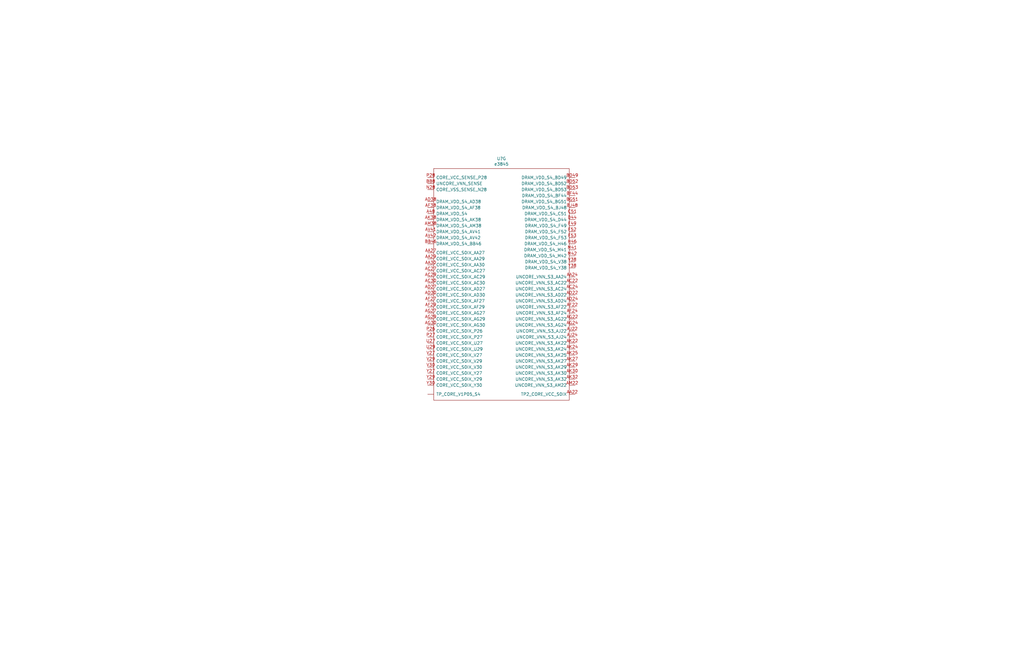
<source format=kicad_sch>
(kicad_sch (version 20231120) (generator "eeschema") (generator_version "8.0")
  (paper "B")
  (lib_symbols
    (symbol "intel_cpu:e3845" (pin_names (offset 1.016))
      (property "Reference" "U" (at 0 -1.27 0))
      (property "Value" "e3845" (at 0 -154.94 0))
      (symbol "e3845_1_1"
        (pin bidirectional line (at 22.86 -39.37 180) (length 2.54) (name "DRAM0_DQ_1313") (number "A33"))
        (pin bidirectional line (at 22.86 -34.29 180) (length 2.54) (name "DRAM0_DQ_1111") (number "A37"))
        (pin bidirectional line (at 22.86 -64.77 180) (length 2.54) (name "DRAM0_DQ_2424") (number "A41"))
        (pin bidirectional line (at 22.86 -69.85 180) (length 2.54) (name "DRAM0_DQ_2626") (number "A45"))
        (pin bidirectional line (at 22.86 -204.47 180) (length 2.54) (name "DRAM0_DQSN_77") (number "AA51"))
        (pin bidirectional line (at 22.86 -123.19 180) (length 2.54) (name "DARM0_DQ_4747") (number "AB40"))
        (pin input line (at -26.67 -148.59 0) (length 2.54) (name "DRAM_CORE_PWROK") (number "AB42"))
        (pin bidirectional line (at 22.86 -140.97 180) (length 2.54) (name "DRAM0_DQ_5454") (number "AB44"))
        (pin bidirectional line (at 22.86 -201.93 180) (length 2.54) (name "DRAM0_DQSP_77") (number "AB52"))
        (pin bidirectional line (at 22.86 -153.67 180) (length 2.54) (name "DRAM0_DQ_5959") (number "AC51"))
        (pin bidirectional line (at 22.86 -151.13 180) (length 2.54) (name "DRAM0_DQ_5858") (number "AC53"))
        (pin output line (at -25.4 -167.64 0) (length 2.54) (name "RESERVED_AD40") (number "AD40"))
        (pin output line (at -25.4 -170.18 0) (length 2.54) (name "RESERVED_AD41") (number "AD41"))
        (pin input line (at -26.67 -146.05 0) (length 2.54) (name "DRAM_VDD_S4_PWROK") (number "AD42"))
        (pin output line (at -25.4 -152.4 0) (length 2.54) (name "DRAM_RCOMP_00") (number "AD44"))
        (pin output line (at -25.4 -157.48 0) (length 2.54) (name "DRAM_RCOMP_22") (number "AD45"))
        (pin bidirectional line (at 22.86 -130.81 180) (length 2.54) (name "DRAM0_DQ_5050") (number "AD48"))
        (pin bidirectional line (at 22.86 -133.35 180) (length 2.54) (name "DRAM0_DQ_5151") (number "AD50"))
        (pin bidirectional line (at 22.86 -161.29 180) (length 2.54) (name "DRAM0_DQ_6262") (number "AD52"))
        (pin output line (at -25.4 -162.56 0) (length 2.54) (name "RESERVED_AF40") (number "AF40"))
        (pin output line (at -25.4 -165.1 0) (length 2.54) (name "RESERVED_AF41") (number "AF41"))
        (pin output line (at -26.67 -140.97 0) (length 2.54) (name "ICLK_DRAM_TERMN_AF42") (number "AF42"))
        (pin input line (at -25.4 -133.35 0) (length 2.54) (name "DRAM_VREF") (number "AF44"))
        (pin output line (at -25.4 -154.94 0) (length 2.54) (name "DRAM_RCOMP_11") (number "AF45"))
        (pin output line (at -26.67 -138.43 0) (length 2.54) (name "ICLK_DRAM_TERM_1") (number "AH42"))
        (pin bidirectional line (at 22.86 -26.67 180) (length 2.54) (name "DRAM0_DQ_88") (number "B32"))
        (pin bidirectional line (at 22.86 -173.99 180) (length 2.54) (name "DRAM0_DQSN_11") (number "B34"))
        (pin output line (at -25.4 -52.07 0) (length 2.54) (name "DRAM0_DM_11") (number "B36"))
        (pin bidirectional line (at 22.86 -44.45 180) (length 2.54) (name "DRAM0_DQ_1515") (number "B38"))
        (pin bidirectional line (at 22.86 -77.47 180) (length 2.54) (name "DRAM0_DQ_2929") (number "B40"))
        (pin output line (at -25.4 -57.15 0) (length 2.54) (name "DRAM0_DM_33") (number "B42"))
        (pin bidirectional line (at 22.86 -181.61 180) (length 2.54) (name "DRAM0_DQSP_33") (number "B44"))
        (pin bidirectional line (at 22.86 -72.39 180) (length 2.54) (name "DRAM0_DQ_2727") (number "B46"))
        (pin bidirectional line (at 22.86 -82.55 180) (length 2.54) (name "DRAM0_DQ_3131") (number "B47"))
        (pin bidirectional line (at 22.86 -80.01 180) (length 2.54) (name "DRAM0_DQ_3030") (number "B48"))
        (pin output line (at -25.4 -41.91 0) (length 2.54) (name "DRAM0_MA_1414") (number "B49"))
        (pin output line (at -25.4 -44.45 0) (length 2.54) (name "DRAM0_MA_1515") (number "B50"))
        (pin bidirectional line (at 22.86 -29.21 180) (length 2.54) (name "DRAM0_DQ09_C32") (number "C32"))
        (pin bidirectional line (at 22.86 -36.83 180) (length 2.54) (name "DRAM0_DQ_1212") (number "C33"))
        (pin bidirectional line (at 22.86 -171.45 180) (length 2.54) (name "DRAM0_DQSP_11") (number "C35"))
        (pin bidirectional line (at 22.86 -31.75 180) (length 2.54) (name "DRAM0_DQ_1010") (number "C36"))
        (pin bidirectional line (at 22.86 -41.91 180) (length 2.54) (name "DRAM0_DQ_1414") (number "C37"))
        (pin bidirectional line (at 22.86 -57.15 180) (length 2.54) (name "DRAM0_DQ_2121") (number "C38"))
        (pin bidirectional line (at 22.86 -74.93 180) (length 2.54) (name "DRAM0_DQ_2828") (number "C40"))
        (pin bidirectional line (at 22.86 -67.31 180) (length 2.54) (name "DRAM0_DQ_2525") (number "C41"))
        (pin bidirectional line (at 22.86 -184.15 180) (length 2.54) (name "DRAM0_DQSN_33") (number "C43"))
        (pin output line (at -25.4 -99.06 0) (length 2.54) (name "DRAM0_CKE_00") (number "C47"))
        (pin bidirectional line (at 22.86 -176.53 180) (length 2.54) (name "DRAM0_DQSP_22") (number "D40"))
        (pin bidirectional line (at 22.86 -62.23 180) (length 2.54) (name "DRAM0_DQ_2323") (number "D42"))
        (pin output line (at -25.4 -101.6 0) (length 2.54) (name "RESERVED_D48") (number "D48"))
        (pin output line (at -25.4 -24.13 0) (length 2.54) (name "DRAM0_MA_77") (number "D50"))
        (pin output line (at -25.4 -87.63 0) (length 2.54) (name "DRAM0_BS_22") (number "D52"))
        (pin output line (at -25.4 -106.68 0) (length 2.54) (name "RESERVED_E46") (number "E46"))
        (pin output line (at -25.4 -34.29 0) (length 2.54) (name "DRAM0_MA_1111") (number "E51"))
        (pin output line (at -25.4 -29.21 0) (length 2.54) (name "DRAM0_MA_99") (number "E52"))
        (pin bidirectional line (at 22.86 -46.99 180) (length 2.54) (name "DRAM0_DQ_1616") (number "F36"))
        (pin output line (at -25.4 -54.61 0) (length 2.54) (name "DRAM0_DM_22") (number "F38"))
        (pin bidirectional line (at 22.86 -179.07 180) (length 2.54) (name "DRAM0_DQSN_22") (number "F40"))
        (pin bidirectional line (at 22.86 -52.07 180) (length 2.54) (name "DRAM0_DQ_1919") (number "F42"))
        (pin output line (at -25.4 -104.14 0) (length 2.54) (name "DRAM0_CKE_22") (number "F44"))
        (pin output line (at -25.4 -36.83 0) (length 2.54) (name "DRAM0_MA_1212") (number "F47"))
        (pin output line (at -25.4 -49.53 0) (length 2.54) (name "DRAM0_DM_00") (number "G36"))
        (pin bidirectional line (at 22.86 -49.53 180) (length 2.54) (name "DRAM0_DQ_1717") (number "G38"))
        (pin bidirectional line (at 22.86 -54.61 180) (length 2.54) (name "DRAM0_DQ_2020") (number "G40"))
        (pin bidirectional line (at 22.86 -59.69 180) (length 2.54) (name "DRAM0_DQ_2222") (number "G44"))
        (pin output line (at -25.4 -26.67 0) (length 2.54) (name "DRAM0_MA_88") (number "G52"))
        (pin output line (at -25.4 -19.05 0) (length 2.54) (name "DRAM0_MA_55") (number "G53"))
        (pin output line (at -25.4 -13.97 0) (length 2.54) (name "DRAM0_MA_33") (number "H44"))
        (pin output line (at -25.4 -8.89 0) (length 2.54) (name "DRAM0_MA_11") (number "H47"))
        (pin output line (at -25.4 -21.59 0) (length 2.54) (name "DRAM0_MA_66") (number "H49"))
        (pin output line (at -25.4 -16.51 0) (length 2.54) (name "DRAM0_MA_44") (number "H50"))
        (pin output line (at -25.4 -77.47 0) (length 2.54) (name "~{DRAM0_WE}") (number "H51"))
        (pin bidirectional line (at 22.86 -8.89 180) (length 2.54) (name "DRAM0_DQ_11") (number "J36"))
        (pin bidirectional line (at 22.86 -166.37 180) (length 2.54) (name "DRAM0_DQSP_00") (number "J38"))
        (pin output line (at -25.4 -39.37 0) (length 2.54) (name "DRAM0_MA_1313") (number "J51"))
        (pin bidirectional line (at 22.86 -168.91 180) (length 2.54) (name "DRAM0_DQSN_00") (number "K38"))
        (pin bidirectional line (at 22.86 -21.59 180) (length 2.54) (name "DRAM0_DQ_66") (number "K40"))
        (pin bidirectional line (at 22.86 -24.13 180) (length 2.54) (name "DRAM0_DQ_77") (number "K42"))
        (pin output line (at -25.4 -85.09 0) (length 2.54) (name "DRAM0_BS_11") (number "K44"))
        (pin output line (at -25.4 -6.35 0) (length 2.54) (name "DRAM0_MA_00") (number "K45"))
        (pin output line (at -25.4 -82.55 0) (length 2.54) (name "DRAM0_BS_00") (number "K47"))
        (pin output line (at -25.4 -31.75 0) (length 2.54) (name "DRAM0_MA_1010") (number "K48"))
        (pin bidirectional line (at 22.86 -87.63 180) (length 2.54) (name "DRAM0_DQ_3333") (number "K51"))
        (pin bidirectional line (at 22.86 -85.09 180) (length 2.54) (name "DRAM0_DQ_3232") (number "K52"))
        (pin output line (at -25.4 -11.43 0) (length 2.54) (name "DRAM0_MA_22") (number "L41"))
        (pin bidirectional line (at 22.86 -95.25 180) (length 2.54) (name "DRAM0_DQ_3636") (number "L51"))
        (pin bidirectional line (at 22.86 -97.79 180) (length 2.54) (name "DRAM0_DQ_3737") (number "L53"))
        (pin bidirectional line (at 22.86 -6.35 180) (length 2.54) (name "DRAM0_DQ_00") (number "M36"))
        (pin bidirectional line (at 22.86 -13.97 180) (length 2.54) (name "DRAM0_DQ_33") (number "M40"))
        (pin output line (at -25.4 -74.93 0) (length 2.54) (name "~{DRAM0_CAS}") (number "M44"))
        (pin output line (at -25.4 -72.39 0) (length 2.54) (name "~{DRAM0_RAS}") (number "M45"))
        (pin output line (at -25.4 -119.38 0) (length 2.54) (name "DRAM0_CKN_0") (number "M48"))
        (pin output line (at -25.4 -116.84 0) (length 2.54) (name "DRAM0_CKP_0") (number "M50"))
        (pin bidirectional line (at 22.86 -189.23 180) (length 2.54) (name "DRAM0_DQSN_44") (number "M52"))
        (pin bidirectional line (at 22.86 -19.05 180) (length 2.54) (name "DRAM0_DQ_55") (number "N36"))
        (pin bidirectional line (at 22.86 -186.69 180) (length 2.54) (name "DRAM0_DQSP_44") (number "N53"))
        (pin bidirectional line (at 22.86 -16.51 180) (length 2.54) (name "DRAM0_DQ_44") (number "P36"))
        (pin bidirectional line (at 22.86 -11.43 180) (length 2.54) (name "DRAM0_DQ_22") (number "P40"))
        (pin output line (at -25.4 -129.54 0) (length 2.54) (name "~{DRAM0_DRAMRST}") (number "P41"))
        (pin output line (at -25.4 -113.03 0) (length 2.54) (name "DRAM0_ODT_2") (number "P42"))
        (pin output line (at -25.4 -92.71 0) (length 2.54) (name "~{DRAM0_CS_0}") (number "P44"))
        (pin output line (at -25.4 -95.25 0) (length 2.54) (name "~{DRAM0_CS_2}") (number "P45"))
        (pin output line (at -25.4 -125.73 0) (length 2.54) (name "DRAM0_CKN_2") (number "P48"))
        (pin output line (at -25.4 -123.19 0) (length 2.54) (name "DRAM0_CKP_2") (number "P50"))
        (pin output line (at -25.4 -59.69 0) (length 2.54) (name "DRAM0_DM_44") (number "P51"))
        (pin bidirectional line (at 22.86 -100.33 180) (length 2.54) (name "DRAM0_DQ_3838") (number "R51"))
        (pin bidirectional line (at 22.86 -102.87 180) (length 2.54) (name "DRAM0_DQ_3939") (number "R53"))
        (pin output line (at -25.4 -110.49 0) (length 2.54) (name "DRAM0_ODT_0") (number "T41"))
        (pin bidirectional line (at 22.86 -191.77 180) (length 2.54) (name "DRAM0_DQSP_55") (number "T42"))
        (pin bidirectional line (at 22.86 -194.31 180) (length 2.54) (name "DRAM0_DQSN_55") (number "T44"))
        (pin bidirectional line (at 22.86 -107.95 180) (length 2.54) (name "DRAM0_DQ_4141") (number "T45"))
        (pin bidirectional line (at 22.86 -105.41 180) (length 2.54) (name "DRAM0_DQ_4040") (number "T47"))
        (pin bidirectional line (at 22.86 -115.57 180) (length 2.54) (name "DRAM0_DQ_4444") (number "T48"))
        (pin bidirectional line (at 22.86 -118.11 180) (length 2.54) (name "DRAM0_DQ_4545") (number "T50"))
        (pin bidirectional line (at 22.86 -92.71 180) (length 2.54) (name "DRAM0_DQ_3535") (number "T51"))
        (pin bidirectional line (at 22.86 -90.17 180) (length 2.54) (name "DRAM0_DQ_3434") (number "T52"))
        (pin bidirectional line (at 22.86 -113.03 180) (length 2.54) (name "DRAM0_DQ_4343") (number "V41"))
        (pin output line (at -25.4 -62.23 0) (length 2.54) (name "DRAM0_DM_55") (number "V42"))
        (pin bidirectional line (at 22.86 -125.73 180) (length 2.54) (name "DRAM0_DQ_4848") (number "V45"))
        (pin bidirectional line (at 22.86 -128.27 180) (length 2.54) (name "DRAM0_DQ_4949") (number "V47"))
        (pin bidirectional line (at 22.86 -135.89 180) (length 2.54) (name "DRAM0_DQ_5252") (number "V48"))
        (pin bidirectional line (at 22.86 -138.43 180) (length 2.54) (name "DRAM0_DQ_5353") (number "V50"))
        (pin bidirectional line (at 22.86 -146.05 180) (length 2.54) (name "DRAM0_DQ_5656") (number "V52"))
        (pin bidirectional line (at 22.86 -148.59 180) (length 2.54) (name "DRAM0_DQ_5757") (number "W51"))
        (pin bidirectional line (at 22.86 -156.21 180) (length 2.54) (name "DRAM0_DQ_6060") (number "W53"))
        (pin bidirectional line (at 22.86 -110.49 180) (length 2.54) (name "DRAM0_DQ_4242") (number "Y40"))
        (pin bidirectional line (at 22.86 -120.65 180) (length 2.54) (name "DRAM0_DQ_4646") (number "Y42"))
        (pin bidirectional line (at 22.86 -143.51 180) (length 2.54) (name "DRAM0_DQ_5555") (number "Y45"))
        (pin bidirectional line (at 22.86 -196.85 180) (length 2.54) (name "DRAM0_DQSP_66") (number "Y47"))
        (pin bidirectional line (at 22.86 -199.39 180) (length 2.54) (name "DRAM0_DQSN_66") (number "Y48"))
        (pin output line (at -25.4 -64.77 0) (length 2.54) (name "DRAM0_DM_66") (number "Y50"))
        (pin bidirectional line (at 22.86 -158.75 180) (length 2.54) (name "DRAM0_DQ_6161") (number "Y51"))
        (pin output line (at -25.4 -67.31 0) (length 2.54) (name "DRAM0_DM_77") (number "Y52"))
      )
      (symbol "e3845_2_1"
        (pin bidirectional line (at 26.67 -133.35 180) (length 2.54) (name "DRAM1_DQ_5050") (number "AF48"))
        (pin bidirectional line (at 26.67 -135.89 180) (length 2.54) (name "DRAM1_DQ_5151") (number "AF50"))
        (pin bidirectional line (at 26.67 -166.37 180) (length 2.54) (name "DRAM1_DQ_6363") (number "AF51"))
        (pin bidirectional line (at 26.67 -163.83 180) (length 2.54) (name "DRAM1_DQ_6262") (number "AF52"))
        (pin bidirectional line (at 26.67 -156.21 180) (length 2.54) (name "DRAM1_DQ_5959") (number "AG51"))
        (pin bidirectional line (at 26.67 -153.67 180) (length 2.54) (name "DRAM1_DQ_5858") (number "AG53"))
        (pin bidirectional line (at 26.67 -125.73 180) (length 2.54) (name "DRAM1_DQ_4747") (number "AH40"))
        (pin bidirectional line (at 26.67 -143.51 180) (length 2.54) (name "DRAM1_DQ_5454") (number "AH44"))
        (pin bidirectional line (at 26.67 -207.01 180) (length 2.54) (name "DRAM1_DQSP_77") (number "AH52"))
        (pin bidirectional line (at 26.67 -209.55 180) (length 2.54) (name "DRAM1_DQSN_77") (number "AJ51"))
        (pin bidirectional line (at 26.67 -113.03 180) (length 2.54) (name "DRAM1_DQ_4242") (number "AK40"))
        (pin bidirectional line (at 26.67 -123.19 180) (length 2.54) (name "DRAM1_DQ_4646") (number "AK42"))
        (pin bidirectional line (at 26.67 -146.05 180) (length 2.54) (name "DRAM1_DQ_5555") (number "AK45"))
        (pin bidirectional line (at 26.67 -201.93 180) (length 2.54) (name "DRAM1_DQSP_66") (number "AK47"))
        (pin bidirectional line (at 26.67 -204.47 180) (length 2.54) (name "DRAM1_DQSN_66") (number "AK48"))
        (pin output line (at -33.02 -64.77 0) (length 2.54) (name "DRAM1_DM_66") (number "AK50"))
        (pin bidirectional line (at 26.67 -161.29 180) (length 2.54) (name "DRAM1_DQ_6161") (number "AK51"))
        (pin output line (at -33.02 -67.31 0) (length 2.54) (name "DRAM1_DM_77") (number "AK52"))
        (pin bidirectional line (at 26.67 -151.13 180) (length 2.54) (name "DRAM1_DQ_5757") (number "AL51"))
        (pin bidirectional line (at 26.67 -158.75 180) (length 2.54) (name "DRAM1_DQ_6060") (number "AL53"))
        (pin bidirectional line (at 26.67 -115.57 180) (length 2.54) (name "DRAM1_DQ_4343") (number "AM41"))
        (pin output line (at -33.02 -62.23 0) (length 2.54) (name "DRAM1_DM_55") (number "AM42"))
        (pin bidirectional line (at 26.67 -128.27 180) (length 2.54) (name "DRAM1_DQ_4848") (number "AM45"))
        (pin bidirectional line (at 26.67 -130.81 180) (length 2.54) (name "DRAM1_DQ_4949") (number "AM47"))
        (pin bidirectional line (at 26.67 -138.43 180) (length 2.54) (name "DRAM1_DQ_5252") (number "AM48"))
        (pin bidirectional line (at 26.67 -140.97 180) (length 2.54) (name "DRAM1_DQ_5353") (number "AM50"))
        (pin bidirectional line (at 26.67 -148.59 180) (length 2.54) (name "DRAM1_DQ_5656") (number "AM52"))
        (pin output line (at -33.02 -110.49 0) (length 2.54) (name "DRAM1_ODT_0") (number "AP41"))
        (pin bidirectional line (at 26.67 -196.85 180) (length 2.54) (name "DRAM1_DQSP_55") (number "AP42"))
        (pin bidirectional line (at 26.67 -199.39 180) (length 2.54) (name "DRAM1_DQSN_55") (number "AP44"))
        (pin bidirectional line (at 26.67 -110.49 180) (length 2.54) (name "DRAM1_DQ_4141") (number "AP45"))
        (pin bidirectional line (at 26.67 -107.95 180) (length 2.54) (name "DRAM1_DQ_4040") (number "AP47"))
        (pin bidirectional line (at 26.67 -118.11 180) (length 2.54) (name "DRAM1_DQ_4444") (number "AP48"))
        (pin bidirectional line (at 26.67 -120.65 180) (length 2.54) (name "DRAM1_DQ_4545") (number "AP50"))
        (pin bidirectional line (at 26.67 -95.25 180) (length 2.54) (name "DRAM1_DQ_3535") (number "AP51"))
        (pin bidirectional line (at 26.67 -92.71 180) (length 2.54) (name "DRAM1_DQ_3434") (number "AP52"))
        (pin bidirectional line (at 26.67 -102.87 180) (length 2.54) (name "DRAM1_DQ_3838") (number "AR51"))
        (pin bidirectional line (at 26.67 -105.41 180) (length 2.54) (name "DRAM1_DQ_3939") (number "AR53"))
        (pin bidirectional line (at 26.67 -49.53 180) (length 2.54) (name "DRAM1_DQ_1717") (number "AT36"))
        (pin bidirectional line (at 26.67 -54.61 180) (length 2.54) (name "DRAM1_DQ_1919") (number "AT40"))
        (pin output line (at -33.02 -129.54 0) (length 2.54) (name "~{DRAM1_DRAMRST}") (number "AT41"))
        (pin output line (at -33.02 -113.03 0) (length 2.54) (name "DRAM1_ODT_2") (number "AT42"))
        (pin output line (at -33.02 -91.44 0) (length 2.54) (name "~{DRAM1_CS_0}") (number "AT44"))
        (pin output line (at -33.02 -95.25 0) (length 2.54) (name "~{DRAM1_CS_2}") (number "AT45"))
        (pin output line (at -33.02 -125.73 0) (length 2.54) (name "DRAM1_CKN_2") (number "AT48"))
        (pin output line (at -33.02 -123.19 0) (length 2.54) (name "DRAM1_CKP_2") (number "AT50"))
        (pin output line (at -33.02 -59.69 0) (length 2.54) (name "DRAM1_DM_44") (number "AT51"))
        (pin bidirectional line (at 26.67 -46.99 180) (length 2.54) (name "DRAM1_DQ_1616") (number "AU36"))
        (pin bidirectional line (at 26.67 -191.77 180) (length 2.54) (name "DRAM1_DQSP_44") (number "AU53"))
        (pin bidirectional line (at 26.67 -59.69 180) (length 2.54) (name "DRAM1_DQ_2121") (number "AV36"))
        (pin bidirectional line (at 26.67 -52.07 180) (length 2.54) (name "DRAM1_DQ_1818") (number "AV40"))
        (pin output line (at -33.02 -74.93 0) (length 2.54) (name "~{DRAM1_CAS}") (number "AV44"))
        (pin output line (at -33.02 -72.39 0) (length 2.54) (name "~{DRAM1_RAS}") (number "AV45"))
        (pin output line (at -33.02 -119.38 0) (length 2.54) (name "DRAM1_CKN_0") (number "AV48"))
        (pin output line (at -33.02 -116.84 0) (length 2.54) (name "DRAM1_CKP_0") (number "AV50"))
        (pin bidirectional line (at 26.67 -194.31 180) (length 2.54) (name "DRAM1_DQSN_44") (number "AV53"))
        (pin output line (at -33.02 -11.43 0) (length 2.54) (name "DRAM1_MA_22") (number "AW41"))
        (pin bidirectional line (at 26.67 -97.79 180) (length 2.54) (name "DRAM1_DQ_3636") (number "AW51"))
        (pin bidirectional line (at 26.67 -100.33 180) (length 2.54) (name "DRAM1_DQ_3737") (number "AW53"))
        (pin bidirectional line (at 26.67 -184.15 180) (length 2.54) (name "DRAM1_DQSN_22") (number "AY38"))
        (pin bidirectional line (at 26.67 -64.77 180) (length 2.54) (name "DRAM1_DQ_2323") (number "AY40"))
        (pin bidirectional line (at 26.67 -62.23 180) (length 2.54) (name "DRAM1_DQ_2222") (number "AY42"))
        (pin output line (at -33.02 -85.09 0) (length 2.54) (name "DRAM1_BS_11") (number "AY44"))
        (pin output line (at -33.02 -6.35 0) (length 2.54) (name "DRAM1_MA_00") (number "AY45"))
        (pin output line (at -33.02 -82.55 0) (length 2.54) (name "DRAM1_BS_00") (number "AY47"))
        (pin output line (at -33.02 -31.75 0) (length 2.54) (name "DRAM1_MA_1010") (number "AY48"))
        (pin bidirectional line (at 26.67 -90.17 180) (length 2.54) (name "DRAM1_DQ_3333") (number "AY51"))
        (pin bidirectional line (at 26.67 -87.63 180) (length 2.54) (name "DRAM1_DQ_3232") (number "AY52"))
        (pin bidirectional line (at 26.67 -57.15 180) (length 2.54) (name "DRAM1_DQ_2020") (number "BA36"))
        (pin bidirectional line (at 26.67 -181.61 180) (length 2.54) (name "DRAM1_DQSP_22") (number "BA38"))
        (pin bidirectional line (at 26.67 -11.43 180) (length 2.54) (name "DRAM1_DQ_22") (number "BA42"))
        (pin output line (at -33.02 -39.37 0) (length 2.54) (name "DRAM1_MA_1313") (number "BA51"))
        (pin output line (at -33.02 -13.97 0) (length 2.54) (name "DRAM1_MA_33") (number "BB44"))
        (pin output line (at -33.02 -8.89 0) (length 2.54) (name "DRAM1_MA_11") (number "BB47"))
        (pin output line (at -33.02 -21.59 0) (length 2.54) (name "DRAM1_MA_66") (number "BB49"))
        (pin output line (at -33.02 -16.51 0) (length 2.54) (name "DRAM1_MA_44") (number "BB50"))
        (pin output line (at -33.02 -77.47 0) (length 2.54) (name "~{DRAM1_WE}") (number "BB51"))
        (pin output line (at -33.02 -54.61 0) (length 2.54) (name "DRAM1_DM_22") (number "BC36"))
        (pin bidirectional line (at 26.67 -16.51 180) (length 2.54) (name "DRAM1_DQ_44") (number "BC38"))
        (pin bidirectional line (at 26.67 -8.89 180) (length 2.54) (name "DRAM1_DQ_11") (number "BC40"))
        (pin bidirectional line (at 26.67 -24.13 180) (length 2.54) (name "DRAM1_DQ_77") (number "BC44"))
        (pin output line (at -33.02 -26.67 0) (length 2.54) (name "DRAM1_MA_88") (number "BC52"))
        (pin output line (at -33.02 -19.05 0) (length 2.54) (name "DRAM1_MA_55") (number "BC53"))
        (pin bidirectional line (at 26.67 -19.05 180) (length 2.54) (name "DRAM1_DQ_55") (number "BD36"))
        (pin output line (at -33.02 -49.53 0) (length 2.54) (name "DRAM1_DM_00") (number "BD38"))
        (pin bidirectional line (at 26.67 -173.99 180) (length 2.54) (name "DRAM1_DQSN_00") (number "BD40"))
        (pin bidirectional line (at 26.67 -13.97 180) (length 2.54) (name "DRAM1_DQ_33") (number "BD42"))
        (pin output line (at -33.02 -104.14 0) (length 2.54) (name "DRAM1_CKE_22") (number "BD44"))
        (pin output line (at -33.02 -36.83 0) (length 2.54) (name "DRAM1_MA_1212") (number "BD47"))
        (pin output line (at -33.02 -101.6 0) (length 2.54) (name "RESERVED_BE46") (number "BE46"))
        (pin output line (at -33.02 -34.29 0) (length 2.54) (name "DRAM1_MA_1111") (number "BE51"))
        (pin output line (at -33.02 -29.21 0) (length 2.54) (name "DRAM1_MA_99") (number "BE52"))
        (pin bidirectional line (at 26.67 -171.45 180) (length 2.54) (name "DRAM1_DQSP_00") (number "BF40"))
        (pin bidirectional line (at 26.67 -21.59 180) (length 2.54) (name "DRAM1_DQ_66") (number "BF42"))
        (pin output line (at -33.02 -106.68 0) (length 2.54) (name "RESERVED_BF48") (number "BF48"))
        (pin output line (at -33.02 -24.13 0) (length 2.54) (name "DRAM1_MA_77") (number "BF50"))
        (pin output line (at -33.02 -87.63 0) (length 2.54) (name "DRAM1_BS_22") (number "BF52"))
        (pin bidirectional line (at 26.67 -29.21 180) (length 2.54) (name "DRAM1_DQ_99") (number "BG32"))
        (pin bidirectional line (at 26.67 -36.83 180) (length 2.54) (name "DRAM1_DQ_1212") (number "BG33"))
        (pin bidirectional line (at 26.67 -176.53 180) (length 2.54) (name "DRAM1_DQSP_11") (number "BG35"))
        (pin bidirectional line (at 26.67 -31.75 180) (length 2.54) (name "DRAM1_DQ_1010") (number "BG36"))
        (pin bidirectional line (at 26.67 -41.91 180) (length 2.54) (name "DRAM1_DQ_1414") (number "BG37"))
        (pin bidirectional line (at 26.67 -6.35 180) (length 2.54) (name "DRAM1_DQ_00") (number "BG38"))
        (pin bidirectional line (at 26.67 -77.47 180) (length 2.54) (name "DRAM1_DQ_2828") (number "BG40"))
        (pin bidirectional line (at 26.67 -69.85 180) (length 2.54) (name "DRAM1_DQ_2525") (number "BG41"))
        (pin bidirectional line (at 26.67 -189.23 180) (length 2.54) (name "DRAM1_DQSN_33") (number "BG43"))
        (pin output line (at -33.02 -99.06 0) (length 2.54) (name "DRAM1_CKE_00") (number "BG47"))
        (pin bidirectional line (at 26.67 -26.67 180) (length 2.54) (name "DRAM1_DQ_88") (number "BH32"))
        (pin bidirectional line (at 26.67 -179.07 180) (length 2.54) (name "DRAM1_DQSN_11") (number "BH34"))
        (pin output line (at -33.02 -52.07 0) (length 2.54) (name "DRAM1_DM_11") (number "BH36"))
        (pin bidirectional line (at 26.67 -44.45 180) (length 2.54) (name "DRAM1_DQ_1515") (number "BH38"))
        (pin bidirectional line (at 26.67 -80.01 180) (length 2.54) (name "DRAM1_DQ_2929") (number "BH40"))
        (pin output line (at -33.02 -57.15 0) (length 2.54) (name "DRAM1_DM_33") (number "BH42"))
        (pin bidirectional line (at 26.67 -186.69 180) (length 2.54) (name "DRAM1_DQSP_33") (number "BH44"))
        (pin bidirectional line (at 26.67 -74.93 180) (length 2.54) (name "DRAM1_DQ_2727") (number "BH46"))
        (pin bidirectional line (at 26.67 -85.09 180) (length 2.54) (name "DRAM1_DQ_3131") (number "BH47"))
        (pin bidirectional line (at 26.67 -82.55 180) (length 2.54) (name "DRAM1_DQ_3030") (number "BH48"))
        (pin output line (at -33.02 -41.91 0) (length 2.54) (name "DRAM1_MA_1414") (number "BH49"))
        (pin output line (at -33.02 -44.45 0) (length 2.54) (name "DRAM1_MA_1515") (number "BH50"))
        (pin bidirectional line (at 26.67 -39.37 180) (length 2.54) (name "DRAM1_DQ_1313") (number "BJ33"))
        (pin bidirectional line (at 26.67 -34.29 180) (length 2.54) (name "DRAM1_DQ_1111") (number "BJ37"))
        (pin bidirectional line (at 26.67 -67.31 180) (length 2.54) (name "DRAM1_DQ_2424") (number "BJ41"))
        (pin bidirectional line (at 26.67 -72.39 180) (length 2.54) (name "DRAM1_DQ_2626") (number "BJ45"))
      )
      (symbol "e3845_3_1"
        (pin input line (at -25.4 -120.65 0) (length 2.54) (name "RESERVED_A29") (number "A29"))
        (pin input line (at 26.67 -102.87 180) (length 2.54) (name "RESERVED_AB12") (number "AB12"))
        (pin input line (at 26.67 -100.33 180) (length 2.54) (name "RESERVED_AB13") (number "AB13"))
        (pin input line (at -25.4 -125.73 0) (length 2.54) (name "RESERVED_AB14") (number "AB14"))
        (pin input line (at -25.4 -77.47 0) (length 2.54) (name "RESERVED_AB2") (number "AB2"))
        (pin input line (at -25.4 -74.93 0) (length 2.54) (name "RESERVED_AB3") (number "AB3"))
        (pin input line (at -25.4 -107.95 0) (length 2.54) (name "RESERVED_AB7") (number "AB7"))
        (pin input line (at -25.4 -105.41 0) (length 2.54) (name "RESERVED_AB9") (number "AB9"))
        (pin output line (at 26.67 -22.86 180) (length 2.54) (name "DDI1_TXN_3") (number "AC1"))
        (pin output line (at 26.67 -20.32 180) (length 2.54) (name "DDI1_TXP_3") (number "AC3"))
        (pin output line (at 26.67 -17.78 180) (length 2.54) (name "DDI1_TXN_2") (number "AD2"))
        (pin output line (at 26.67 -15.24 180) (length 2.54) (name "DDI1_TXP_2") (number "AD3"))
        (pin input line (at -25.4 -102.87 0) (length 2.54) (name "RESERVED_AD4") (number "AD4"))
        (pin input line (at -25.4 -100.33 0) (length 2.54) (name "RESERVED_AD6") (number "AD6"))
        (pin input line (at 26.67 -59.69 180) (length 2.54) (name "RESERVED_AF13") (number "AF13"))
        (pin input line (at 26.67 -57.15 180) (length 2.54) (name "RESERVED_AF14") (number "AF14"))
        (pin output line (at 26.67 -12.7 180) (length 2.54) (name "DDI1_TXN_1") (number "AF2"))
        (pin output line (at 26.67 -10.16 180) (length 2.54) (name "DDI1_TXP_1") (number "AF3"))
        (pin output line (at 26.67 -7.62 180) (length 2.54) (name "DDI1_TXN_0") (number "AG1"))
        (pin output line (at 26.67 -5.08 180) (length 2.54) (name "DDI1_TXP_0") (number "AG3"))
        (pin input line (at 26.67 -54.61 180) (length 2.54) (name "RESERVED_AH13") (number "AH13"))
        (pin input line (at 26.67 -52.07 180) (length 2.54) (name "RESERVED_AH14") (number "AH14"))
        (pin input line (at 26.67 -64.77 180) (length 2.54) (name "RESERVED_VSS3") (number "AH2"))
        (pin input line (at 26.67 -62.23 180) (length 2.54) (name "RESERVED_VSS2") (number "AH3"))
        (pin input line (at -25.4 -54.61 0) (length 2.54) (name "DDI0_RCOMP_P") (number "AK12"))
        (pin input line (at -25.4 -52.07 0) (length 2.54) (name "~{DDI0_RCOMP}") (number "AK13"))
        (pin bidirectional line (at 26.67 -29.21 180) (length 2.54) (name "DDI1_AUXN") (number "AK2"))
        (pin bidirectional line (at 26.67 -26.67 180) (length 2.54) (name "DDI1_AUXP") (number "AK3"))
        (pin bidirectional line (at -25.4 -29.21 0) (length 2.54) (name "DDI0_AUXN") (number "AL1"))
        (pin bidirectional line (at -25.4 -26.67 0) (length 2.54) (name "DDI0_AUXP") (number "AL3"))
        (pin input line (at -25.4 -59.69 0) (length 2.54) (name "RESERVED_AM13") (number "AM13"))
        (pin input line (at -25.4 -57.15 0) (length 2.54) (name "RESERVED_AM14") (number "AM14"))
        (pin input line (at -25.4 -64.77 0) (length 2.54) (name "RESERVED_VSS1") (number "AM2"))
        (pin input line (at -25.4 -62.23 0) (length 2.54) (name "RESERVED_VSS0") (number "AM3"))
        (pin output line (at -25.4 -22.86 0) (length 2.54) (name "DDI0_TXN_3") (number "AP2"))
        (pin output line (at -25.4 -20.32 0) (length 2.54) (name "DDI0_TXP_3") (number "AP3"))
        (pin output line (at -25.4 -17.78 0) (length 2.54) (name "DDI0_TXN_2") (number "AR1"))
        (pin output line (at -25.4 -15.24 0) (length 2.54) (name "DDI0_TXP_2") (number "AR3"))
        (pin output line (at -25.4 -10.16 0) (length 2.54) (name "DDI0_TXP_1") (number "AT2"))
        (pin output line (at -25.4 -12.7 0) (length 2.54) (name "DDI0_TXN_1") (number "AT3"))
        (pin output line (at -25.4 -7.62 0) (length 2.54) (name "DDI0_TXN_0") (number "AV2"))
        (pin output line (at -25.4 -5.08 0) (length 2.54) (name "DDI0_TXP_0") (number "AV3"))
        (pin input line (at 26.67 -76.2 180) (length 2.54) (name "VGA_IREF") (number "AW1"))
        (pin output line (at 26.67 -71.12 180) (length 2.54) (name "VGA_BLUE") (number "AY2"))
        (pin input line (at 26.67 -78.74 180) (length 2.54) (name "VGA_IRTN") (number "AY3"))
        (pin output line (at -25.4 -48.26 0) (length 2.54) (name "DDI0_BKLTCTL") (number "B26"))
        (pin output line (at -25.4 -43.18 0) (length 2.54) (name "DDI0_VDDEN") (number "B28"))
        (pin input line (at -25.4 -128.27 0) (length 2.54) (name "GPIO_S0_NC12") (number "B30"))
        (pin output line (at 26.67 -73.66 180) (length 2.54) (name "VGA_GREEN") (number "BA1"))
        (pin output line (at 26.67 -68.58 180) (length 2.54) (name "VGA_RED") (number "BA3"))
        (pin bidirectional line (at 26.67 -88.9 180) (length 2.54) (name "VGA_DDCCLK") (number "BC1"))
        (pin bidirectional line (at 26.67 -91.44 180) (length 2.54) (name "VGA_DDCDATA") (number "BC2"))
        (pin output line (at 26.67 -82.55 180) (length 2.54) (name "VGA_HSYNC") (number "BD2"))
        (pin output line (at 26.67 -85.09 180) (length 2.54) (name "VGA_VSYNC") (number "BF2"))
        (pin bidirectional line (at -25.4 -36.83 0) (length 2.54) (name "DDI0_DDCDATA") (number "C26"))
        (pin output line (at -25.4 -45.72 0) (length 2.54) (name "DDI0_BKLTEN") (number "C27"))
        (pin input line (at -25.4 -39.37 0) (length 2.54) (name "DDI0_DDCCLK") (number "C28"))
        (pin input line (at -25.4 -123.19 0) (length 2.54) (name "RESERVED_C29") (number "C29"))
        (pin input line (at -25.4 -130.81 0) (length 2.54) (name "RESERVED_C30") (number "C30"))
        (pin input line (at -25.4 -33.02 0) (length 2.54) (name "DDI0_HPD") (number "D27"))
        (pin input line (at 26.67 -162.56 180) (length 2.54) (name "RESERVED_D28") (number "D28"))
        (pin input line (at 26.67 -142.24 180) (length 2.54) (name "RESERVED_D32") (number "D32"))
        (pin input line (at 26.67 -157.48 180) (length 2.54) (name "RESERVED_D34") (number "D34"))
        (pin input line (at 26.67 -152.4 180) (length 2.54) (name "RESERVED_F28") (number "F28"))
        (pin input line (at 26.67 -154.94 180) (length 2.54) (name "RESERVED_F32") (number "F32"))
        (pin input line (at 26.67 -167.64 180) (length 2.54) (name "RESERVED_F34") (number "F34"))
        (pin bidirectional line (at 26.67 -39.37 180) (length 2.54) (name "DDI1_DDCCLK") (number "G30"))
        (pin input line (at 26.67 -160.02 180) (length 2.54) (name "RESERVED_J28") (number "J28"))
        (pin output line (at 26.67 -45.72 180) (length 2.54) (name "DDI1_BKLTEN") (number "J30"))
        (pin input line (at 26.67 -147.32 180) (length 2.54) (name "RESERVED_J34") (number "J34"))
        (pin input line (at 26.67 -149.86 180) (length 2.54) (name "RESERVED_K28") (number "K28"))
        (pin input line (at 26.67 -33.02 180) (length 2.54) (name "DDI1_HPD") (number "K30"))
        (pin input line (at 26.67 -139.7 180) (length 2.54) (name "RESERVED_K34") (number "K34"))
        (pin output line (at 26.67 -48.26 180) (length 2.54) (name "DDI1_BKLTCTL") (number "M30"))
        (pin input line (at 26.67 -165.1 180) (length 2.54) (name "RESERVED_M32") (number "M32"))
        (pin output line (at 26.67 -43.18 180) (length 2.54) (name "DDI1_VDDEN") (number "N30"))
        (pin input line (at 26.67 -144.78 180) (length 2.54) (name "RESERVED_N32") (number "N32"))
        (pin input line (at 26.67 -135.89 180) (length 2.54) (name "RESERVED_P14") (number "P14"))
        (pin bidirectional line (at 26.67 -36.83 180) (length 2.54) (name "DDI1_DDCDATA") (number "P30"))
        (pin input line (at -25.4 -97.79 0) (length 2.54) (name "RESERVED_R1") (number "R1"))
        (pin input line (at -25.4 -95.25 0) (length 2.54) (name "RESERVED_R3") (number "R3"))
        (pin input line (at 26.67 -118.11 180) (length 2.54) (name "RESERVED_T10") (number "T10"))
        (pin input line (at 26.67 -115.57 180) (length 2.54) (name "RESERVED_T12") (number "T12"))
        (pin input line (at 26.67 -128.27 180) (length 2.54) (name "RESERVED_T13") (number "T13"))
        (pin input line (at 26.67 -125.73 180) (length 2.54) (name "RESERVED_T14") (number "T14"))
        (pin input line (at -25.4 -69.85 0) (length 2.54) (name "RESERVED_T2") (number "T2"))
        (pin input line (at -25.4 -72.39 0) (length 2.54) (name "RESERVED_T3") (number "T3"))
        (pin input line (at 26.67 -133.35 180) (length 2.54) (name "RESERVED_T4") (number "T4"))
        (pin input line (at 26.67 -130.81 180) (length 2.54) (name "RESERVED_T6") (number "T6"))
        (pin input line (at 26.67 -95.25 180) (length 2.54) (name "RESERVED_T7") (number "T7"))
        (pin input line (at 26.67 -97.79 180) (length 2.54) (name "RESERVED_T9") (number "T9"))
        (pin input line (at 26.67 -110.49 180) (length 2.54) (name "RESERVED_V10") (number "V10"))
        (pin input line (at 26.67 -123.19 180) (length 2.54) (name "RESERVED_V13") (number "V13"))
        (pin input line (at 26.67 -120.65 180) (length 2.54) (name "RESERVED_V14") (number "V14"))
        (pin input line (at -25.4 -90.17 0) (length 2.54) (name "RESERVED_V2") (number "V2"))
        (pin input line (at -25.4 -92.71 0) (length 2.54) (name "RESERVED_V3") (number "V3"))
        (pin input line (at -25.4 -115.57 0) (length 2.54) (name "RESERVED_V4") (number "V4"))
        (pin input line (at -25.4 -118.11 0) (length 2.54) (name "RESERVED_V6") (number "V6"))
        (pin input line (at 26.67 -113.03 180) (length 2.54) (name "RESERVED_V9") (number "V9"))
        (pin input line (at -25.4 -87.63 0) (length 2.54) (name "RESERVED_W1") (number "W1"))
        (pin input line (at -25.4 -85.09 0) (length 2.54) (name "RESERVED_W3") (number "W3"))
        (pin input line (at 26.67 -105.41 180) (length 2.54) (name "RESERVED_Y12") (number "Y12"))
        (pin input line (at 26.67 -107.95 180) (length 2.54) (name "RESERVED_Y13") (number "Y13"))
        (pin input line (at -25.4 -82.55 0) (length 2.54) (name "RESERVED_Y2") (number "Y2"))
        (pin input line (at -25.4 -80.01 0) (length 2.54) (name "RESERVED_Y3") (number "Y3"))
        (pin input line (at -25.4 -110.49 0) (length 2.54) (name "RESERVED_Y4") (number "Y4"))
        (pin input line (at -25.4 -113.03 0) (length 2.54) (name "RESERVED_Y6") (number "Y6"))
      )
      (symbol "e3845_4_1"
        (pin input line (at 29.21 -142.24 180) (length 2.54) (name "RESERVED_AK7") (number "AK7"))
        (pin input line (at 29.21 -139.7 180) (length 2.54) (name "RESERVED_AK9") (number "AK9"))
        (pin input line (at 29.21 -44.45 180) (length 2.54) (name "PCIE_RXN_2") (number "AP10"))
        (pin input line (at 29.21 -41.91 180) (length 2.54) (name "PCIE_RXP_2") (number "AP12"))
        (pin input line (at 29.21 -83.82 180) (length 2.54) (name "PCIE_RCOMP_N_AP13_AP13") (number "AP13"))
        (pin input line (at 29.21 -81.28 180) (length 2.54) (name "PCIE_RCOMP_P_AP14_AP14") (number "AP14"))
        (pin output line (at 29.21 -48.26 180) (length 2.54) (name "PCIE_TXP_3") (number "AP6"))
        (pin input line (at 29.21 -57.15 180) (length 2.54) (name "PCIE_RXN_3") (number "AP7"))
        (pin output line (at 29.21 -50.8 180) (length 2.54) (name "PCIE_TXN_3") (number "AP7"))
        (pin input line (at 29.21 -54.61 180) (length 2.54) (name "PCIE_RXP_3") (number "AP9"))
        (pin input line (at 29.21 -29.21 180) (length 2.54) (name "PCIE_RXP_1") (number "AT10"))
        (pin input line (at 29.21 -19.05 180) (length 2.54) (name "PCIE_RXN_0") (number "AT13"))
        (pin input line (at 29.21 -16.51 180) (length 2.54) (name "PCIE_RXP_0") (number "AT14"))
        (pin bidirectional line (at -25.4 -60.96 0) (length 2.54) (name "MMC1_D3") (number "AT20"))
        (pin output line (at -25.4 -49.53 0) (length 2.54) (name "MMC1_CLK") (number "AT22"))
        (pin bidirectional line (at -25.4 -68.58 0) (length 2.54) (name "MCC1_D6") (number "AT26"))
        (pin bidirectional line (at -25.4 -104.14 0) (length 2.54) (name "SD3_D0") (number "AT28"))
        (pin output line (at 29.21 -38.1 180) (length 2.54) (name "PCIE_TXN_2") (number "AT6"))
        (pin output line (at 29.21 -35.56 180) (length 2.54) (name "PCIE_TXP_2") (number "AT7"))
        (pin input line (at 29.21 -31.75 180) (length 2.54) (name "PCIE_RXN_1") (number "AT9"))
        (pin input line (at -25.4 -15.24 0) (length 2.54) (name "SATA_RXP_0") (number "AU16"))
        (pin bidirectional line (at -25.4 -71.12 0) (length 2.54) (name "MCC1_D7") (number "AU20"))
        (pin bidirectional line (at -25.4 -55.88 0) (length 2.54) (name "MMC1_D1") (number "AU22"))
        (pin bidirectional line (at -25.4 -66.04 0) (length 2.54) (name "MCC1_D5") (number "AU26"))
        (pin bidirectional line (at -25.4 -109.22 0) (length 2.54) (name "SD3_D2") (number "AU28"))
        (pin input line (at 29.21 -92.71 180) (length 2.54) (name "RESERVED_AV10") (number "AV10"))
        (pin input line (at -25.4 -17.78 0) (length 2.54) (name "SATA_RXN_0") (number "AV16"))
        (pin bidirectional line (at -25.4 -53.34 0) (length 2.54) (name "MCC1_D0") (number "AV20"))
        (pin bidirectional line (at -25.4 -58.42 0) (length 2.54) (name "MMC1_D2") (number "AV22"))
        (pin bidirectional line (at -25.4 -74.93 0) (length 2.54) (name "MMC1_CMD") (number "AV26"))
        (pin bidirectional line (at -25.4 -116.84 0) (length 2.54) (name "SD3_CMD") (number "AV28"))
        (pin output line (at 29.21 -25.4 180) (length 2.54) (name "PCIE_TXN_1") (number "AV4"))
        (pin output line (at 29.21 -22.86 180) (length 2.54) (name "PCIE_TXP_1") (number "AV6"))
        (pin input line (at 29.21 -95.25 180) (length 2.54) (name "RESERVED_AV9") (number "AV9"))
        (pin output line (at -25.4 -45.72 0) (length 2.54) (name "~{SATA_LED}") (number "AY12"))
        (pin input line (at -25.4 -43.18 0) (length 2.54) (name "SATA_GP1") (number "AY14"))
        (pin input line (at -25.4 -27.94 0) (length 2.54) (name "SATA_RXP_1") (number "AY16"))
        (pin output line (at -25.4 -81.28 0) (length 2.54) (name "MMC1_RCOMP") (number "AY18"))
        (pin bidirectional line (at -25.4 -87.63 0) (length 2.54) (name "SD2_D0") (number "AY20"))
        (pin bidirectional line (at -25.4 -63.5 0) (length 2.54) (name "MMC1_D4") (number "AY24"))
        (pin output line (at -25.4 -101.6 0) (length 2.54) (name "SD3_CLK") (number "AY26"))
        (pin output line (at 29.21 -11.43 180) (length 2.54) (name "PCIE_TXN_0") (number "AY6"))
        (pin output line (at 29.21 -8.89 180) (length 2.54) (name "PCIE_TXP_0") (number "AY7"))
        (pin input line (at -25.4 -40.64 0) (length 2.54) (name "SATA_GP0") (number "BA12"))
        (pin input line (at -25.4 -30.48 0) (length 2.54) (name "SATA_RXN_1") (number "BA16"))
        (pin output line (at -25.4 -85.09 0) (length 2.54) (name "SD2_CLK") (number "BA18"))
        (pin bidirectional line (at -25.4 -92.71 0) (length 2.54) (name "SD2_D2") (number "BA20"))
        (pin output line (at -25.4 -77.47 0) (length 2.54) (name "MMC1_RST") (number "BA24"))
        (pin bidirectional line (at -25.4 -111.76 0) (length 2.54) (name "SD3_D3") (number "BA26"))
        (pin output line (at 29.21 -125.73 180) (length 2.54) (name "LPE_I2S2_FRM") (number "BA30"))
        (pin input line (at -25.4 -34.29 0) (length 2.54) (name "RESERVED_VSS4") (number "BB10"))
        (pin input line (at 29.21 -90.17 180) (length 2.54) (name "RESERVED_BB3") (number "BB3"))
        (pin input line (at 29.21 -87.63 180) (length 2.54) (name "RESERVED_BB4") (number "BB4"))
        (pin output line (at 29.21 -60.96 180) (length 2.54) (name "RESERVED_VSS6") (number "BB5"))
        (pin output line (at 29.21 -63.5 180) (length 2.54) (name "RESERVED_VSS7") (number "BB7"))
        (pin input line (at -25.4 -36.83 0) (length 2.54) (name "RESERVED_VSS5") (number "BC10"))
        (pin bidirectional line (at -25.4 -97.79 0) (length 2.54) (name "SD2_CMD") (number "BC18"))
        (pin input line (at -25.4 -114.3 0) (length 2.54) (name "SD3_CD#") (number "BC24"))
        (pin output line (at 29.21 -128.27 180) (length 2.54) (name "LPE_I2S2_DATAOUT") (number "BC30"))
        (pin output line (at -25.4 -21.59 0) (length 2.54) (name "SATA_TXP_1") (number "BD10"))
        (pin bidirectional line (at -25.4 -95.25 0) (length 2.54) (name "~{SD2_D3_CD}") (number "BD18"))
        (pin bidirectional line (at -25.4 -90.17 0) (length 2.54) (name "SD2_D1") (number "BD20"))
        (pin output line (at -25.4 -121.92 0) (length 2.54) (name "SD3_PWREN") (number "BD22"))
        (pin bidirectional line (at -25.4 -106.68 0) (length 2.54) (name "SD3_D1") (number "BD26"))
        (pin input line (at 29.21 -130.81 180) (length 2.54) (name "LPE_I2S2_DATAIN") (number "BD28"))
        (pin input line (at 29.21 -77.47 180) (length 2.54) (name "SD3_WP_BD5") (number "BD5"))
        (pin input line (at 29.21 -69.85 180) (length 2.54) (name "PCIE_CLKREQ_1") (number "BD7"))
        (pin input line (at 29.21 -74.93 180) (length 2.54) (name "PCIE_CLKREQ_3") (number "BE3"))
        (pin output line (at -25.4 -24.13 0) (length 2.54) (name "SATA_TXN_1") (number "BF10"))
        (pin input line (at 29.21 -99.06 180) (length 2.54) (name "HDA_LPE_RCOMP") (number "BF20"))
        (pin output line (at -25.4 -119.38 0) (length 2.54) (name "SD3_1P8EN") (number "BF22"))
        (pin output line (at -25.4 -125.73 0) (length 2.54) (name "SD3_RCOMP") (number "BF26"))
        (pin input line (at 29.21 -123.19 180) (length 2.54) (name "LPE_I2S2_CLK") (number "BF28"))
        (pin output line (at -25.4 -8.89 0) (length 2.54) (name "SATA_TXP_0") (number "BF6"))
        (pin bidirectional line (at 29.21 -119.38 180) (length 2.54) (name "GPIO_S0_SC_15") (number "BG18"))
        (pin input line (at 29.21 -111.76 180) (length 2.54) (name "HDA_SDI0") (number "BG19"))
        (pin input line (at 29.21 -109.22 180) (length 2.54) (name "HDA_SDO") (number "BG20"))
        (pin input line (at 29.21 -114.3 180) (length 2.54) (name "HDA_SDI1") (number "BG21"))
        (pin input line (at 29.21 -101.6 180) (length 2.54) (name "~{HDA_RST}") (number "BG22"))
        (pin input line (at 29.21 -67.31 180) (length 2.54) (name "PCIE_CLKREQ_0") (number "BG3"))
        (pin input line (at 29.21 -72.39 180) (length 2.54) (name "PCIE_CLKREQ_2") (number "BG5"))
        (pin output line (at -25.4 -11.43 0) (length 2.54) (name "SATA_TXN_0") (number "BG7"))
        (pin bidirectional line (at 29.21 -116.84 180) (length 2.54) (name "GPIO_S0_SC_14") (number "BH18"))
        (pin input line (at 29.21 -104.14 180) (length 2.54) (name "HDA_SYNC") (number "BH20"))
        (pin input line (at 29.21 -106.68 180) (length 2.54) (name "HDA_CLK") (number "BJ21"))
        (pin input line (at 29.21 -146.05 180) (length 2.54) (name "~{PROCHOT}") (number "C24"))
        (pin input line (at 29.21 -137.16 180) (length 2.54) (name "RESERVED_N34") (number "N34"))
        (pin input line (at 29.21 -134.62 180) (length 2.54) (name "RESERVED_P34") (number "P34"))
      )
      (symbol "e3845_5_1"
        (pin bidirectional line (at -27.94 -134.62 0) (length 2.54) (name "GPIO_S5_9") (number "A13"))
        (pin bidirectional line (at -27.94 -120.65 0) (length 2.54) (name "GPIO_S5_3") (number "A17"))
        (pin output line (at -27.94 -106.68 0) (length 2.54) (name "PCU_SPI_MOSI") (number "A21"))
        (pin bidirectional line (at 27.94 -93.98 180) (length 2.54) (name "SVID_DATA") (number "A25"))
        (pin output line (at 27.94 -83.82 180) (length 2.54) (name "ILB_RTC_X2") (number "A9"))
        (pin input line (at -27.94 -24.13 0) (length 2.54) (name "RESERVED_AD10") (number "AD10"))
        (pin input line (at -27.94 -26.67 0) (length 2.54) (name "RESERVED_AD12") (number "AD12"))
        (pin input line (at -27.94 -20.32 0) (length 2.54) (name "ICLK_RCOMP") (number "AD13"))
        (pin input line (at -27.94 -17.78 0) (length 2.54) (name "ICLK_ICOMP") (number "AD14"))
        (pin input line (at -27.94 -13.97 0) (length 2.54) (name "RESERVED_AD9") (number "AD9"))
        (pin output line (at -27.94 -33.02 0) (length 2.54) (name "PCIE_CLKP_00") (number "AF4"))
        (pin output line (at -27.94 -30.48 0) (length 2.54) (name "PCIE_CLKN_00") (number "AF6"))
        (pin output line (at -27.94 -38.1 0) (length 2.54) (name "PCIE_CLKP_11") (number "AF7"))
        (pin output line (at -27.94 -35.56 0) (length 2.54) (name "PCIE_CLKN_11") (number "AF9"))
        (pin output line (at -27.94 -10.16 0) (length 2.54) (name "ICLK_OSCOUT") (number "AH10"))
        (pin input line (at -27.94 -7.62 0) (length 2.54) (name "ICLK_OSCIN") (number "AH12"))
        (pin output line (at -27.94 -40.64 0) (length 2.54) (name "PCIE_CLKN_22") (number "AK4"))
        (pin output line (at -27.94 -43.18 0) (length 2.54) (name "PCIE_CLKP_22") (number "AK6"))
        (pin input line (at -27.94 -52.07 0) (length 2.54) (name "RESERVED_AM10") (number "AM10"))
        (pin output line (at -27.94 -45.72 0) (length 2.54) (name "PCIE_CLKN_33") (number "AM4"))
        (pin output line (at -27.94 -48.26 0) (length 2.54) (name "PCIE_CLKP_33") (number "AM6"))
        (pin input line (at -27.94 -54.61 0) (length 2.54) (name "RESERVED_AM9") (number "AM9"))
        (pin output line (at 27.94 -102.87 180) (length 2.54) (name "SIO_PWM_11") (number "AT32"))
        (pin input line (at -27.94 -95.25 0) (length 2.54) (name "RESERVED_AT34") (number "AT34"))
        (pin output line (at 27.94 -100.33 180) (length 2.54) (name "SIO_PWM_00") (number "AU32"))
        (pin input line (at 27.94 -7.62 180) (length 2.54) (name "SIO_UART1_RXD") (number "AU34"))
        (pin output line (at 27.94 -132.08 180) (length 2.54) (name "~{SIO_SPI_CS}") (number "AV32"))
        (pin output line (at 27.94 -10.16 180) (length 2.54) (name "SIO_UART1_TXD") (number "AV34"))
        (pin output line (at 27.94 -137.16 180) (length 2.54) (name "SIO_SPI_MOSI") (number "AY28"))
        (pin output line (at 27.94 -139.7 180) (length 2.54) (name "SIO_SPI_CLK") (number "AY30"))
        (pin input line (at 27.94 -15.24 180) (length 2.54) (name "~{SIO_UART1_CTS}") (number "AY34"))
        (pin input line (at 27.94 -73.66 180) (length 2.54) (name "~{PMC_RSMRST}") (number "B10"))
        (pin bidirectional line (at -27.94 -115.57 0) (length 2.54) (name "GPIO_S5_1") (number "B16"))
        (pin bidirectional line (at -27.94 -113.03 0) (length 2.54) (name "GPIO_S5_0") (number "B18"))
        (pin input line (at -27.94 -104.14 0) (length 2.54) (name "PCU_SPI_MISO") (number "B22"))
        (pin bidirectional line (at 27.94 -91.44 180) (length 2.54) (name "~{SVID_ALERT}") (number "B24"))
        (pin input line (at 27.94 -76.2 180) (length 2.54) (name "PMC_CORE_PWROK") (number "B7"))
        (pin output line (at 27.94 -86.36 180) (length 2.54) (name "ILB_RTC_EXTPAD") (number "B8"))
        (pin input line (at 27.94 -134.62 180) (length 2.54) (name "SIO_SPI_MISO") (number "BA28"))
        (pin output line (at 27.94 -12.7 180) (length 2.54) (name "~{SIO_UART1_RTS}") (number "BA34"))
        (pin output line (at 27.94 -24.13 180) (length 2.54) (name "~{SIO_UART2_RTS}") (number "BD32"))
        (pin output line (at 27.94 -21.59 180) (length 2.54) (name "SIO_UART2_TXD") (number "BD34"))
        (pin input line (at 27.94 -26.67 180) (length 2.54) (name "~{SIO_UART2_CTS}") (number "BF32"))
        (pin input line (at 27.94 -19.05 180) (length 2.54) (name "SIO_UART2_RXD") (number "BF34"))
        (pin input line (at 27.94 -55.88 180) (length 2.54) (name "~{PMC_RSTBTN}") (number "BG9"))
        (pin output line (at -27.94 -63.5 0) (length 2.54) (name "PCM_PLT_CLK_22") (number "BH4"))
        (pin output line (at -27.94 -60.96 0) (length 2.54) (name "PCM_PLT_CLK_11") (number "BH5"))
        (pin output line (at -27.94 -68.58 0) (length 2.54) (name "PCM_PLT_CLK_44") (number "BH6"))
        (pin output line (at -27.94 -58.42 0) (length 2.54) (name "PCM_PLT_CLK_00") (number "BH7"))
        (pin output line (at -27.94 -66.04 0) (length 2.54) (name "PCM_PLT_CLK_33") (number "BH8"))
        (pin output line (at -27.94 -71.12 0) (length 2.54) (name "PCM_PLT_CLK_55") (number "BJ9"))
        (pin input line (at 27.94 -68.58 180) (length 2.54) (name "~{ILB_RTC_TEST}") (number "C11"))
        (pin input line (at -27.94 -73.66 0) (length 2.54) (name "~{ILB_RTC_RST}") (number "C12"))
        (pin bidirectional line (at -27.94 -132.08 0) (length 2.54) (name "GPIO_S5_8") (number "C13"))
        (pin bidirectional line (at -27.94 -128.27 0) (length 2.54) (name "GPIO_S5_7") (number "C15"))
        (pin bidirectional line (at -27.94 -125.73 0) (length 2.54) (name "GPIO_S5_5") (number "C16"))
        (pin bidirectional line (at -27.94 -123.19 0) (length 2.54) (name "GPIO_S5_4") (number "C17"))
        (pin bidirectional line (at -27.94 -118.11 0) (length 2.54) (name "GPIO_S5_2") (number "C18"))
        (pin bidirectional line (at -27.94 -137.16 0) (length 2.54) (name "GPIO_S5_10") (number "C19"))
        (pin output line (at -27.94 -101.6 0) (length 2.54) (name "~{PCU_SPI_CS_11}") (number "C21"))
        (pin output line (at -27.94 -109.22 0) (length 2.54) (name "PCU_SPI_CLK") (number "C22"))
        (pin output line (at -27.94 -99.06 0) (length 2.54) (name "~{PCU_SPI_CS_00}") (number "C23"))
        (pin bidirectional line (at 27.94 -96.52 180) (length 2.54) (name "SVID_CLK") (number "C25"))
        (pin input line (at 27.94 -81.28 180) (length 2.54) (name "ILB_RTC_X1") (number "C9"))
        (pin input line (at -27.94 -77.47 0) (length 2.54) (name "TAP_TCK") (number "D14"))
        (pin output line (at -27.94 -90.17 0) (length 2.54) (name "~{TAP_PRDY}") (number "D18"))
        (pin input line (at 27.94 -45.72 180) (length 2.54) (name "PMC_ACPRESENT") (number "D20"))
        (pin output line (at 27.94 -40.64 180) (length 2.54) (name "~{PCM_SLP_S3}") (number "D22"))
        (pin output line (at 27.94 -30.48 180) (length 2.54) (name "PMC_SUSPWRDNACK") (number "D26"))
        (pin input line (at -27.94 -85.09 0) (length 2.54) (name "TAP_TDI") (number "F12"))
        (pin input line (at -27.94 -82.55 0) (length 2.54) (name "TAP_TMS") (number "F14"))
        (pin input line (at -27.94 -92.71 0) (length 2.54) (name "~{TAP_PREQ}") (number "F16"))
        (pin output line (at 27.94 -35.56 180) (length 2.54) (name "~{PCM_SLP_S0IX}") (number "F18"))
        (pin input line (at 27.94 -58.42 180) (length 2.54) (name "~{PMC_PLTRST}") (number "F20"))
        (pin output line (at 27.94 -38.1 180) (length 2.54) (name "~{PCM_SLP_S4}") (number "F22"))
        (pin input line (at 27.94 -48.26 180) (length 2.54) (name "~{PMC_AWAKE_PCIE_0}") (number "F26"))
        (pin input line (at -27.94 -80.01 0) (length 2.54) (name "~{TAP_TRST}") (number "G12"))
        (pin output line (at -27.94 -87.63 0) (length 2.54) (name "TAP_TDO") (number "G16"))
        (pin output line (at 27.94 -63.5 180) (length 2.54) (name "~{PMC_SUS_STAT}") (number "G18"))
        (pin output line (at 27.94 -33.02 180) (length 2.54) (name "PMC_SUSCLK0_G24") (number "G24"))
        (pin bidirectional line (at 27.94 -114.3 180) (length 2.54) (name "GPIO_S5_25") (number "J18"))
        (pin bidirectional line (at 27.94 -43.18 180) (length 2.54) (name "GPIO_S5_14") (number "J20"))
        (pin bidirectional line (at 27.94 -60.96 180) (length 2.54) (name "GPIO_S5_17") (number "J24"))
        (pin input line (at 27.94 -53.34 180) (length 2.54) (name "~{PMC_PWRBTN}") (number "J26"))
        (pin bidirectional line (at 27.94 -119.38 180) (length 2.54) (name "GPIO_S5_27") (number "K18"))
        (pin bidirectional line (at 27.94 -121.92 180) (length 2.54) (name "GPIO_S5_28") (number "K20"))
        (pin bidirectional line (at 27.94 -106.68 180) (length 2.54) (name "GPIO_S5_22") (number "K24"))
        (pin input line (at 27.94 -50.8 180) (length 2.54) (name "~{PMC_BATLOW}") (number "K26"))
        (pin bidirectional line (at 27.94 -116.84 180) (length 2.54) (name "GPIO_S5_26") (number "M18"))
        (pin bidirectional line (at 27.94 -111.76 180) (length 2.54) (name "GPIO_S5_24") (number "M20"))
        (pin bidirectional line (at 27.94 -124.46 180) (length 2.54) (name "GPIO_S5_29") (number "M22"))
        (pin bidirectional line (at 27.94 -127 180) (length 2.54) (name "GPIO_S5_30") (number "M24"))
        (pin bidirectional line (at 27.94 -109.22 180) (length 2.54) (name "GPIO_S5_23") (number "N24"))
        (pin input line (at -27.94 -140.97 0) (length 2.54) (name "GPIO_RCOMP") (number "N26"))
      )
      (symbol "e3845_6_1"
        (pin input line (at -25.4 -88.9 0) (length 2.54) (name "USB_HSIC_RCOMP") (number "A7"))
        (pin bidirectional line (at -25.4 -36.83 0) (length 2.54) (name "GPIO_S5_43") (number "B12"))
        (pin output line (at -25.4 -78.74 0) (length 2.54) (name "USB_HSIC0_DATA") (number "B4"))
        (pin output line (at -25.4 -81.28 0) (length 2.54) (name "USB_HSIC0_STROBE") (number "B5"))
        (pin bidirectional line (at 31.75 -59.69 180) (length 2.54) (name "GPIO_S0_SC_56") (number "BC12"))
        (pin bidirectional line (at 31.75 -64.77 180) (length 2.54) (name "GPIO_S0_SC_58") (number "BC14"))
        (pin bidirectional line (at 31.75 -72.39 180) (length 2.54) (name "GPIO_S0_SC_61") (number "BC16"))
        (pin bidirectional line (at 31.75 -57.15 180) (length 2.54) (name "GPIO_S0_SC_55") (number "BD12"))
        (pin bidirectional line (at 31.75 -62.23 180) (length 2.54) (name "GPIO_S0_SC_57") (number "BD14"))
        (pin bidirectional line (at 31.75 -69.85 180) (length 2.54) (name "GPIO_S0_SC_60") (number "BD16"))
        (pin bidirectional line (at 31.75 -67.31 180) (length 2.54) (name "GPIO_S0_SC_59") (number "BF14"))
        (pin input line (at -25.4 -91.44 0) (length 2.54) (name "LPC_RCOMP") (number "BF18"))
        (pin bidirectional line (at 31.75 -105.41 180) (length 2.54) (name "SIO_I2C4_DATA") (number "BF27"))
        (pin input line (at -25.4 -123.19 0) (length 2.54) (name "~{PCU_SMB_ALERT}") (number "BG11"))
        (pin bidirectional line (at -25.4 -118.11 0) (length 2.54) (name "PCU_SMB_DATA") (number "BG12"))
        (pin bidirectional line (at -25.4 -114.3 0) (length 2.54) (name "ILB_LPC_SERIRQ") (number "BG13"))
        (pin bidirectional line (at -25.4 -101.6 0) (length 2.54) (name "ILB_LPC_AD_33") (number "BG14"))
        (pin output line (at -25.4 -106.68 0) (length 2.54) (name "ILB_LPC_CLK_00") (number "BG15"))
        (pin bidirectional line (at -25.4 -111.76 0) (length 2.54) (name "~{ILB_LPC_CLKRUN}") (number "BG16"))
        (pin output line (at -25.4 -104.14 0) (length 2.54) (name "~{ILB_LPC_FRAME}") (number "BG17"))
        (pin bidirectional line (at 31.75 -82.55 180) (length 2.54) (name "SIO_I2C0_CLK") (number "BG23"))
        (pin bidirectional line (at 31.75 -86.36 180) (length 2.54) (name "SIO_I2C1_DATA") (number "BG24"))
        (pin bidirectional line (at 31.75 -92.71 180) (length 2.54) (name "SIO_I2C2_DATA") (number "BG25"))
        (pin bidirectional line (at 31.75 -99.06 180) (length 2.54) (name "SIO_I2C3_DATA") (number "BG26"))
        (pin bidirectional line (at 31.75 -107.95 180) (length 2.54) (name "SIO_I2C4_CLK") (number "BG27"))
        (pin bidirectional line (at 31.75 -114.3 180) (length 2.54) (name "SIO_I2C5_CLK") (number "BG28"))
        (pin bidirectional line (at 31.75 -120.65 180) (length 2.54) (name "SIO_I2C6_CLK") (number "BG29"))
        (pin bidirectional line (at 31.75 -127 180) (length 2.54) (name "GPIO_S0_SC_093") (number "BG30"))
        (pin bidirectional line (at -25.4 -120.65 0) (length 2.54) (name "PCU_SMB_CLK") (number "BH10"))
        (pin output line (at 31.75 -76.2 180) (length 2.54) (name "ILB_8254_SPKR") (number "BH12"))
        (pin output line (at -25.4 -109.22 0) (length 2.54) (name "ILB_LPC_CLK_11") (number "BH14"))
        (pin bidirectional line (at -25.4 -93.98 0) (length 2.54) (name "ILB_LPC_AD_00") (number "BH16"))
        (pin bidirectional line (at 31.75 -80.01 180) (length 2.54) (name "SIO_I2C0_DATA") (number "BH22"))
        (pin bidirectional line (at 31.75 -88.9 180) (length 2.54) (name "SIO_I2C1_CLK") (number "BH24"))
        (pin bidirectional line (at 31.75 -101.6 180) (length 2.54) (name "SIO_I2C3_CLK") (number "BH26"))
        (pin bidirectional line (at 31.75 -111.76 180) (length 2.54) (name "SIO_I2C5_DATA") (number "BH28"))
        (pin bidirectional line (at 31.75 -124.46 180) (length 2.54) (name "GPIO_S0_SC_092") (number "BH30"))
        (pin bidirectional line (at -25.4 -99.06 0) (length 2.54) (name "ILB_LPC_AD_22") (number "BJ13"))
        (pin bidirectional line (at -25.4 -96.52 0) (length 2.54) (name "ILB_LPC_AD_11") (number "BJ17"))
        (pin bidirectional line (at 31.75 -95.25 180) (length 2.54) (name "SIO_I2C2_CLK") (number "BJ25"))
        (pin bidirectional line (at 31.75 -118.11 180) (length 2.54) (name "SIO_I2C6_DATA") (number "BJ29"))
        (pin input line (at -25.4 -71.12 0) (length 2.54) (name "USB?RCOMPI") (number "C7"))
        (pin input line (at -25.4 -62.23 0) (length 2.54) (name "ICLK_USB_TERM_1") (number "D10"))
        (pin output line (at -25.4 -86.36 0) (length 2.54) (name "USB_HSIC1_STROBE") (number "D2"))
        (pin input line (at 31.75 -44.45 180) (length 2.54) (name "USB3_RXP0") (number "D4"))
        (pin input line (at -25.4 -68.58 0) (length 2.54) (name "USB_RCOMPO") (number "D6"))
        (pin output line (at -25.4 -83.82 0) (length 2.54) (name "USB_HSIC1_DATA") (number "E2"))
        (pin input line (at 31.75 -46.99 180) (length 2.54) (name "USB3_RXN0") (number "E3"))
        (pin input line (at -25.4 -64.77 0) (length 2.54) (name "ICLK_USB_TERMN") (number "F10"))
        (pin bidirectional line (at -25.4 -48.26 0) (length 2.54) (name "USB_DN1") (number "G14"))
        (pin bidirectional line (at -25.4 -6.35 0) (length 2.54) (name "GPIO_S5_31") (number "G2"))
        (pin bidirectional line (at -25.4 -58.42 0) (length 2.54) (name "USB_DN3") (number "H10"))
        (pin bidirectional line (at 31.75 -36.83 180) (length 2.54) (name "RESERVED_H4") (number "H4"))
        (pin bidirectional line (at 31.75 -34.29 180) (length 2.54) (name "RESERVED_H5") (number "H5"))
        (pin bidirectional line (at 31.75 -31.75 180) (length 2.54) (name "RESERVED_H7") (number "H7"))
        (pin bidirectional line (at 31.75 -29.21 180) (length 2.54) (name "RESERVED_H8") (number "H8"))
        (pin bidirectional line (at -25.4 -53.34 0) (length 2.54) (name "USB_DN2") (number "J12"))
        (pin bidirectional line (at -25.4 -45.72 0) (length 2.54) (name "USB_DP1") (number "J14"))
        (pin bidirectional line (at -25.4 -31.75 0) (length 2.54) (name "GPIO_S5_40") (number "J3"))
        (pin bidirectional line (at -25.4 -55.88 0) (length 2.54) (name "USB_DP3") (number "K10"))
        (pin bidirectional line (at -25.4 -50.8 0) (length 2.54) (name "USB_DP2") (number "K12"))
        (pin bidirectional line (at -25.4 -43.18 0) (length 2.54) (name "USB_DN0") (number "K16"))
        (pin bidirectional line (at -25.4 -15.24 0) (length 2.54) (name "GPIO_S5_34") (number "K2"))
        (pin bidirectional line (at -25.4 -17.78 0) (length 2.54) (name "GPIO_S5_35") (number "K3"))
        (pin output line (at 31.75 -50.8 180) (length 2.54) (name "USB3_TXP0") (number "K6"))
        (pin output line (at 31.75 -53.34 180) (length 2.54) (name "USB3_TXN0") (number "K7"))
        (pin bidirectional line (at -25.4 -12.7 0) (length 2.54) (name "GPIO_S5_33") (number "L1"))
        (pin bidirectional line (at -25.4 -29.21 0) (length 2.54) (name "GPIO_S5_39") (number "L3"))
        (pin bidirectional line (at 31.75 -6.35 180) (length 2.54) (name "RESERVED_M10") (number "M10"))
        (pin input line (at 31.75 -40.64 180) (length 2.54) (name "USB3_REXT0") (number "M12"))
        (pin output line (at -25.4 -74.93 0) (length 2.54) (name "USB_PLL_MON") (number "M13"))
        (pin bidirectional line (at -25.4 -40.64 0) (length 2.54) (name "USB_DP0") (number "M16"))
        (pin bidirectional line (at -25.4 -20.32 0) (length 2.54) (name "GPIO_S5_36") (number "M2"))
        (pin bidirectional line (at -25.4 -10.16 0) (length 2.54) (name "GPIO_S5_32") (number "M3"))
        (pin bidirectional line (at 31.75 -24.13 180) (length 2.54) (name "RESERVED_M4") (number "M4"))
        (pin bidirectional line (at 31.75 -26.67 180) (length 2.54) (name "RESERVED_M6") (number "M6"))
        (pin bidirectional line (at 31.75 -16.51 180) (length 2.54) (name "RESERVED_M7") (number "M7"))
        (pin bidirectional line (at 31.75 -8.89 180) (length 2.54) (name "RESERVED_M9") (number "M9"))
        (pin bidirectional line (at -25.4 -22.86 0) (length 2.54) (name "GPIO_S5_37") (number "N3"))
        (pin bidirectional line (at 31.75 -19.05 180) (length 2.54) (name "RESERVED_P10") (number "P10"))
        (pin bidirectional line (at 31.75 -21.59 180) (length 2.54) (name "RESERVED_P12") (number "P12"))
        (pin bidirectional line (at -25.4 -25.4 0) (length 2.54) (name "GPIO_S5_38") (number "P2"))
        (pin bidirectional line (at -25.4 -34.29 0) (length 2.54) (name "GPIO_S5_41") (number "P3"))
        (pin bidirectional line (at 31.75 -13.97 180) (length 2.54) (name "RESERVED_P6") (number "P6"))
        (pin bidirectional line (at 31.75 -11.43 180) (length 2.54) (name "RESERVED_P7") (number "P7"))
      )
      (symbol "e3845_7_1"
        (pin power_in line (at -29.21 -21.59 0) (length 2.54) (name "DRAM_VDD_S4") (number "A48"))
        (pin power_in line (at 33.02 -97.79 180) (length 2.54) (name "TP2_CORE_VCC_S0IX") (number "AA22"))
        (pin power_in line (at 33.02 -48.26 180) (length 2.54) (name "UNCORE_VNN_S3_AA24") (number "AA24"))
        (pin power_in line (at -29.21 -38.1 0) (length 2.54) (name "CORE_VCC_S0IX_AA27") (number "AA27"))
        (pin power_in line (at -29.21 -40.64 0) (length 2.54) (name "CORE_VCC_S0IX_AA29") (number "AA29"))
        (pin power_in line (at -29.21 -43.18 0) (length 2.54) (name "CORE_VCC_S0IX_AA30") (number "AA30"))
        (pin power_in line (at 33.02 -50.8 180) (length 2.54) (name "UNCORE_VNN_S3_AC22") (number "AC22"))
        (pin power_in line (at 33.02 -53.34 180) (length 2.54) (name "UNCORE_VNN_S3_AC24") (number "AC24"))
        (pin power_in line (at -29.21 -45.72 0) (length 2.54) (name "CORE_VCC_S0IX_AC27") (number "AC27"))
        (pin power_in line (at -29.21 -48.26 0) (length 2.54) (name "CORE_VCC_S0IX_AC29") (number "AC29"))
        (pin power_in line (at -29.21 -50.8 0) (length 2.54) (name "CORE_VCC_S0IX_AC30") (number "AC30"))
        (pin power_in line (at 33.02 -55.88 180) (length 2.54) (name "UNCORE_VNN_S3_AD22") (number "AD22"))
        (pin power_in line (at 33.02 -58.42 180) (length 2.54) (name "UNCORE_VNN_S3_AD24") (number "AD24"))
        (pin power_in line (at -29.21 -53.34 0) (length 2.54) (name "CORE_VCC_S0IX_AD27") (number "AD27"))
        (pin power_in line (at -29.21 -55.88 0) (length 2.54) (name "CORE_VCC_S0IX_AD30") (number "AD30"))
        (pin power_in line (at -29.21 -16.51 0) (length 2.54) (name "DRAM_VDD_S4_AD38") (number "AD38"))
        (pin power_in line (at 33.02 -60.96 180) (length 2.54) (name "UNCORE_VNN_S3_AF22") (number "AF22"))
        (pin power_in line (at 33.02 -63.5 180) (length 2.54) (name "UNCORE_VNN_S3_AF24") (number "AF24"))
        (pin power_in line (at -29.21 -58.42 0) (length 2.54) (name "CORE_VCC_S0IX_AF27") (number "AF27"))
        (pin power_in line (at -29.21 -60.96 0) (length 2.54) (name "CORE_VCC_S0IX_AF29") (number "AF29"))
        (pin power_in line (at -29.21 -19.05 0) (length 2.54) (name "DRAM_VDD_S4_AF38") (number "AF38"))
        (pin power_in line (at 33.02 -66.04 180) (length 2.54) (name "UNCORE_VNN_S3_AG22") (number "AG22"))
        (pin power_in line (at 33.02 -68.58 180) (length 2.54) (name "UNCORE_VNN_S3_AG24") (number "AG24"))
        (pin power_in line (at -29.21 -63.5 0) (length 2.54) (name "CORE_VCC_S0IX_AG27") (number "AG27"))
        (pin power_in line (at -29.21 -66.04 0) (length 2.54) (name "CORE_VCC_S0IX_AG29") (number "AG29"))
        (pin power_in line (at -29.21 -68.58 0) (length 2.54) (name "CORE_VCC_S0IX_AG30") (number "AG30"))
        (pin power_in line (at 33.02 -71.12 180) (length 2.54) (name "UNCORE_VNN_S3_AJ22") (number "AJ22"))
        (pin power_in line (at 33.02 -73.66 180) (length 2.54) (name "UNCORE_VNN_S3_AJ24") (number "AJ24"))
        (pin power_in line (at 33.02 -76.2 180) (length 2.54) (name "UNCORE_VNN_S3_AK22") (number "AK22"))
        (pin power_in line (at 33.02 -78.74 180) (length 2.54) (name "UNCORE_VNN_S3_AK24") (number "AK24"))
        (pin power_in line (at 33.02 -81.28 180) (length 2.54) (name "UNCORE_VNN_S3_AK25") (number "AK25"))
        (pin power_in line (at 33.02 -83.82 180) (length 2.54) (name "UNCORE_VNN_S3_AK27") (number "AK27"))
        (pin power_in line (at 33.02 -86.36 180) (length 2.54) (name "UNCORE_VNN_S3_AK29") (number "AK29"))
        (pin power_in line (at 33.02 -88.9 180) (length 2.54) (name "UNCORE_VNN_S3_AK30") (number "AK30"))
        (pin power_in line (at 33.02 -91.44 180) (length 2.54) (name "UNCORE_VNN_S3_AK32") (number "AK32"))
        (pin power_in line (at -29.21 -24.13 0) (length 2.54) (name "DRAM_VDD_S4_AK38") (number "AK38"))
        (pin power_in line (at 33.02 -93.98 180) (length 2.54) (name "UNCORE_VNN_S3_AM22") (number "AM22"))
        (pin power_in line (at -29.21 -26.67 0) (length 2.54) (name "DRAM_VDD_S4_AM38") (number "AM38"))
        (pin power_in line (at -29.21 -29.21 0) (length 2.54) (name "DRAM_VDD_S4_AV41") (number "AV41"))
        (pin power_in line (at -29.21 -31.75 0) (length 2.54) (name "DRAM_VDD_S4_AV42") (number "AV42"))
        (pin power_in line (at -29.21 -34.29 0) (length 2.54) (name "DRAM_VDD_S4_BB46") (number "BB46"))
        (pin power_in line (at -29.21 -8.89 0) (length 2.54) (name "UNCORE_VNN_SENSE") (number "BB8"))
        (pin power_in line (at 33.02 -6.35 180) (length 2.54) (name "DRAM_VDD_S4_BD49") (number "BD49"))
        (pin power_in line (at 33.02 -8.89 180) (length 2.54) (name "DRAM_VDD_S4_BD52") (number "BD52"))
        (pin power_in line (at 33.02 -11.43 180) (length 2.54) (name "DRAM_VDD_S4_BD53") (number "BD53"))
        (pin power_in line (at 33.02 -13.97 180) (length 2.54) (name "DRAM_VDD_S4_BF44") (number "BF44"))
        (pin power_in line (at 33.02 -16.51 180) (length 2.54) (name "DRAM_VDD_S4_BG51") (number "BG51"))
        (pin power_in line (at 33.02 -19.05 180) (length 2.54) (name "DRAM_VDD_S4_BJ48") (number "BJ48"))
        (pin power_in line (at 33.02 -21.59 180) (length 2.54) (name "DRAM_VDD_S4_C51") (number "C51"))
        (pin power_in line (at 33.02 -24.13 180) (length 2.54) (name "DRAM_VDD_S4_D44") (number "D44"))
        (pin power_in line (at 33.02 -26.67 180) (length 2.54) (name "DRAM_VDD_S4_F49") (number "F49"))
        (pin power_in line (at 33.02 -29.21 180) (length 2.54) (name "DRAM_VDD_S4_F52") (number "F52"))
        (pin power_in line (at 33.02 -31.75 180) (length 2.54) (name "DRAM_VDD_S4_F53") (number "F53"))
        (pin power_in line (at 33.02 -34.29 180) (length 2.54) (name "DRAM_VDD_S4_H46") (number "H46"))
        (pin power_in line (at 33.02 -36.83 180) (length 2.54) (name "DRAM_VDD_S4_M41") (number "M41"))
        (pin power_in line (at 33.02 -39.37 180) (length 2.54) (name "DRAM_VDD_S4_M42") (number "M42"))
        (pin passive line (at -29.21 -11.43 0) (length 2.54) (name "CORE_VSS_SENSE_N28") (number "N28"))
        (pin power_in line (at -29.21 -71.12 0) (length 2.54) (name "CORE_VCC_S0IX_P26") (number "P26"))
        (pin power_in line (at -29.21 -73.66 0) (length 2.54) (name "CORE_VCC_S0IX_P27") (number "P27"))
        (pin power_in line (at -29.21 -6.35 0) (length 2.54) (name "CORE_VCC_SENSE_P28") (number "P28"))
        (pin power_in line (at -29.21 -76.2 0) (length 2.54) (name "CORE_VCC_S0IX_U27") (number "U27"))
        (pin power_in line (at -29.21 -78.74 0) (length 2.54) (name "CORE_VCC_S0IX_U29") (number "U29"))
        (pin power_in line (at -29.21 -81.28 0) (length 2.54) (name "CORE_VCC_S0IX_V27") (number "V27"))
        (pin power_in line (at -29.21 -83.82 0) (length 2.54) (name "CORE_VCC_S0IX_V29") (number "V29"))
        (pin power_in line (at -29.21 -86.36 0) (length 2.54) (name "CORE_VCC_S0IX_V30") (number "V30"))
        (pin power_in line (at 33.02 -41.91 180) (length 2.54) (name "DRAM_VDD_S4_V38") (number "V38"))
        (pin power_in line (at -29.21 -88.9 0) (length 2.54) (name "CORE_VCC_S0IX_Y27") (number "Y27"))
        (pin power_in line (at -29.21 -91.44 0) (length 2.54) (name "CORE_VCC_S0IX_Y29") (number "Y29"))
        (pin power_in line (at -29.21 -93.98 0) (length 2.54) (name "CORE_VCC_S0IX_Y30") (number "Y30"))
        (pin power_in line (at 33.02 -44.45 180) (length 2.54) (name "DRAM_VDD_S4_Y38") (number "Y38"))
        (pin output line (at -29.21 -97.79 0) (length 2.54) (name "TP_CORE_V1P05_S4") (number "~"))
      )
      (symbol "e3845_8_1"
        (pin passive line (at 34.29 -72.39 180) (length 2.54) (name "VSS_A3_A3") (number "A3"))
        (pin passive line (at 34.29 -74.93 180) (length 2.54) (name "VSS_A49_A49") (number "A49"))
        (pin passive line (at 34.29 -77.47 180) (length 2.54) (name "VSS_A5_A5") (number "A5"))
        (pin passive line (at 34.29 -80.01 180) (length 2.54) (name "VSS_A51_A51") (number "A51"))
        (pin passive line (at 34.29 -82.55 180) (length 2.54) (name "VSS_A52_A52") (number "A52"))
        (pin passive line (at 34.29 -85.09 180) (length 2.54) (name "VSS_A6_A6") (number "A6"))
        (pin power_in line (at 34.29 -46.99 180) (length 2.54) (name "UNCORE_V1P8_G3_AA18") (number "AA18"))
        (pin power_in line (at -33.02 -123.19 0) (length 2.54) (name "UNCORE_V1P35_S0IX_F5_AA25") (number "AA25"))
        (pin power_in line (at -33.02 -80.01 0) (length 2.54) (name "CORE_V1P05_S3_AA33") (number "AA33"))
        (pin power_in line (at -33.02 -19.05 0) (length 2.54) (name "DRAM_V1P0_S0IX_AA36") (number "AA36"))
        (pin power_in line (at -33.02 -115.57 0) (length 2.54) (name "CORE_V1P05_S3_AC32") (number "AC32"))
        (pin passive line (at 34.29 -39.37 180) (length 2.54) (name "VSS_AD16") (number "AD16"))
        (pin passive line (at 34.29 -41.91 180) (length 2.54) (name "VSS_AD18") (number "AD18"))
        (pin power_in line (at -33.02 -11.43 0) (length 2.54) (name "DRAM_V1P0_S0IX_AD35") (number "AD35"))
        (pin power_in line (at 34.29 -6.35 180) (length 2.54) (name "DRAM_V1P35_S0IX_F1_AD36") (number "AD36"))
        (pin power_in line (at -33.02 -57.15 0) (length 2.54) (name "UNCORE_V1P0_S3_AF16") (number "AF16"))
        (pin power_in line (at -33.02 -59.69 0) (length 2.54) (name "UNCORE_V1P0_S3_AF18") (number "AF18"))
        (pin power_in line (at -33.02 -133.35 0) (length 2.54) (name "UNCORE_V1P35_S0IX_F6") (number "AF19"))
        (pin power_in line (at -33.02 -82.55 0) (length 2.54) (name "UNCORE_V1P0_S0IX_AF21") (number "AF21"))
        (pin power_in line (at 34.29 -57.15 180) (length 2.54) (name "CORE_V1P05_S3_AF33") (number "AF33"))
        (pin power_in line (at -33.02 -13.97 0) (length 2.54) (name "DRAM_V1P0_S0IX_AF35") (number "AF35"))
        (pin power_in line (at -33.02 -16.51 0) (length 2.54) (name "DRAM_V1P0_S0IX_AF36") (number "AF36"))
        (pin power_in line (at -33.02 -142.24 0) (length 2.54) (name "ICLK_V1P35_S3_F2") (number "AG18"))
        (pin power_in line (at -33.02 -135.89 0) (length 2.54) (name "UNCORE_V1P35_S0IX_F1_AG19") (number "AG19"))
        (pin power_in line (at -33.02 -85.09 0) (length 2.54) (name "UNCORE_V1P0_S0IX_AG21") (number "AG21"))
        (pin power_in line (at -33.02 -125.73 0) (length 2.54) (name "UNCORE_V1P35_S0IX_F2_AG32") (number "AG32"))
        (pin power_in line (at 34.29 -59.69 180) (length 2.54) (name "CORE_V1P05_S3_AG33") (number "AG33"))
        (pin power_in line (at 34.29 -62.23 180) (length 2.54) (name "CORE_V1P05_S3_AG35") (number "AG35"))
        (pin power_in line (at -33.02 -40.64 0) (length 2.54) (name "DDI_V1P0_S0IX_AJ18") (number "AJ18"))
        (pin power_in line (at -33.02 -138.43 0) (length 2.54) (name "ICLK_V1P35_S3_F1_AJ19") (number "AJ19"))
        (pin power_in line (at -33.02 -21.59 0) (length 2.54) (name "DRAM_V1P0_S0IX_AJ36") (number "AJ36"))
        (pin power_in line (at 34.29 -143.51 180) (length 2.54) (name "PCIE_V1P0_S3_AK18") (number "AK18"))
        (pin power_in line (at -33.02 -35.56 0) (length 2.54) (name "DDI_V1P0_S0IX_AK19") (number "AK19"))
        (pin power_in line (at -33.02 -38.1 0) (length 2.54) (name "DDI_V1P0_S0IX_AK21") (number "AK21"))
        (pin power_in line (at -33.02 -24.13 0) (length 2.54) (name "DRAM_V1P0_S0IX_AK35") (number "AK35"))
        (pin power_in line (at -33.02 -26.67 0) (length 2.54) (name "DRAM_V1P0_S0IX_AK36") (number "AK36"))
        (pin power_in line (at -33.02 -43.18 0) (length 2.54) (name "DDI_V1P0_S0IX_AM16") (number "AM16"))
        (pin power_in line (at 34.29 -146.05 180) (length 2.54) (name "PCIE_V1P0_S3_AM18") (number "AM18"))
        (pin power_in line (at -33.02 -67.31 0) (length 2.54) (name "PCIE_V1P0_S3_AM21") (number "AM21"))
        (pin power_in line (at 34.29 -16.51 180) (length 2.54) (name "LPC_V1P8V3P3_S3_AM27") (number "AM27"))
        (pin power_in line (at 34.29 -11.43 180) (length 2.54) (name "UNCORE_V1P8_S3_AM30") (number "AM30"))
        (pin power_in line (at 34.29 -8.89 180) (length 2.54) (name "HDA_LPE_V1P5V1P8_S3_AM32") (number "AM32"))
        (pin passive line (at -33.02 -146.05 0) (length 2.54) (name "VSSA_AN16") (number "AN16"))
        (pin power_in line (at -33.02 -74.93 0) (length 2.54) (name "PCIE_SATA_V1P0_S3_AN18") (number "AN18"))
        (pin power_in line (at -33.02 -77.47 0) (length 2.54) (name "SATA_V1P0_S3_AN19") (number "AN19"))
        (pin power_in line (at -33.02 -69.85 0) (length 2.54) (name "PCIE_V1P0_S3_AN21") (number "AN21"))
        (pin power_in line (at 34.29 -29.21 180) (length 2.54) (name "VGA_V3P3_S3_AN24") (number "AN24"))
        (pin power_in line (at -33.02 -102.87 0) (length 2.54) (name "GPIO_V1P0_S3_AN25") (number "AN25"))
        (pin power_in line (at 34.29 -36.83 180) (length 2.54) (name "SD3_V1P8V3P3_S3_AN27") (number "AN27"))
        (pin power_in line (at -33.02 -52.07 0) (length 2.54) (name "UNCORE_V1P0_S0IX_AN29") (number "AN29"))
        (pin power_in line (at -33.02 -54.61 0) (length 2.54) (name "UNCORE_V1P0_S0IX_AN30") (number "AN30"))
        (pin power_in line (at 34.29 -13.97 180) (length 2.54) (name "UNCORE_V1P8_S3_AN32") (number "AN32"))
        (pin passive line (at 34.29 -87.63 180) (length 2.54) (name "VSS_B2_B2") (number "B2"))
        (pin passive line (at 34.29 -90.17 180) (length 2.54) (name "VSS_B52_B52") (number "B52"))
        (pin passive line (at 34.29 -92.71 180) (length 2.54) (name "VSS_B53_B53") (number "B53"))
        (pin power_in line (at -33.02 -113.03 0) (length 2.54) (name "UNCORE_V1P0_G3_B6") (number "B6"))
        (pin power_in line (at -33.02 -130.81 0) (length 2.54) (name "VGA_V1P35_S3_F1_BD1") (number "BD1"))
        (pin passive line (at 34.29 -95.25 180) (length 2.54) (name "VSS_BE1_BE1") (number "BE1"))
        (pin passive line (at 34.29 -97.79 180) (length 2.54) (name "VSS_BE53_BE53") (number "BE53"))
        (pin passive line (at 34.29 -100.33 180) (length 2.54) (name "VSS_BG1_BG1") (number "BG1"))
        (pin passive line (at 34.29 -102.87 180) (length 2.54) (name "VSS_BG53_BG53") (number "BG53"))
        (pin passive line (at 34.29 -105.41 180) (length 2.54) (name "VSS_BH1_BH1") (number "BH1"))
        (pin passive line (at 34.29 -107.95 180) (length 2.54) (name "VSS_BH2_BH2") (number "BH2"))
        (pin passive line (at 34.29 -110.49 180) (length 2.54) (name "VSS_BH52_BH52") (number "BH52"))
        (pin passive line (at 34.29 -113.03 180) (length 2.54) (name "VSS_BH53_BH53") (number "BH53"))
        (pin passive line (at 34.29 -115.57 180) (length 2.54) (name "VSS_BJ2_BJ2") (number "BJ2"))
        (pin passive line (at 34.29 -118.11 180) (length 2.54) (name "VSS_BJ3_BJ3") (number "BJ3"))
        (pin passive line (at 34.29 -123.19 180) (length 2.54) (name "VSS_BJ49_BJ49") (number "BJ49"))
        (pin passive line (at 34.29 -120.65 180) (length 2.54) (name "VSS_BJ5_BJ5") (number "BJ5"))
        (pin passive line (at 34.29 -125.73 180) (length 2.54) (name "VSS_BJ51_BJ51") (number "BJ51"))
        (pin passive line (at 34.29 -128.27 180) (length 2.54) (name "VSS_BJ52_BJ52") (number "BJ52"))
        (pin power_in line (at -33.02 -8.89 0) (length 2.54) (name "VGA_V1P0_S3_BJ6") (number "BJ6"))
        (pin passive line (at 34.29 -130.81 180) (length 2.54) (name "VSS_C1_C1") (number "C1"))
        (pin power_in line (at -33.02 -107.95 0) (length 2.54) (name "USB3_V1P0_G3_C3") (number "C3"))
        (pin power_in line (at -33.02 -110.49 0) (length 2.54) (name "UNCORE_V1P0_G3_C5") (number "C5"))
        (pin passive line (at 34.29 -133.35 180) (length 2.54) (name "VSS_C53_C53") (number "C53"))
        (pin passive line (at 34.29 -135.89 180) (length 2.54) (name "VSS_E1_E1") (number "E1"))
        (pin passive line (at 34.29 -138.43 180) (length 2.54) (name "VSS_E53_E53") (number "E53"))
        (pin passive line (at 34.29 -140.97 180) (length 2.54) (name "RESERVED_F1") (number "F1"))
        (pin power_in line (at -33.02 -64.77 0) (length 2.54) (name "UNCORE_V1P0_S3_G1") (number "G1"))
        (pin power_in line (at -33.02 -95.25 0) (length 2.54) (name "USB_V1P0_S3_M14") (number "M14"))
        (pin power_in line (at 34.29 -21.59 180) (length 2.54) (name "USB_V3P3_G3_N18") (number "N18"))
        (pin power_in line (at 34.29 -52.07 180) (length 2.54) (name "USB_V1P8_G3_N20") (number "N20"))
        (pin power_in line (at 34.29 -34.29 180) (length 2.54) (name "PCU_V3P3_G3_N22") (number "N22"))
        (pin power_in line (at 34.29 -24.13 180) (length 2.54) (name "USB_V3P3_G3_P18") (number "P18"))
        (pin power_in line (at 34.29 -49.53 180) (length 2.54) (name "RTC_VCC_P22") (number "P22"))
        (pin passive line (at -33.02 -148.59 0) (length 2.54) (name "USB_VSSA_U16") (number "U16"))
        (pin power_in line (at -33.02 -97.79 0) (length 2.54) (name "USB_V1P0_S3_U18") (number "U18"))
        (pin power_in line (at -33.02 -100.33 0) (length 2.54) (name "USB_V1P0_S3_U19") (number "U19"))
        (pin power_in line (at -33.02 -46.99 0) (length 2.54) (name "UNCORE_V1P0_G3_U22") (number "U22"))
        (pin power_in line (at 34.29 -19.05 180) (length 2.54) (name "UNCORE_V1P8_G3_U24") (number "U24"))
        (pin power_in line (at 34.29 -54.61 180) (length 2.54) (name "PMU_V1P8_G3_U25") (number "U25"))
        (pin power_in line (at 34.29 -64.77 180) (length 2.54) (name "CORE_V1P05_S3_U33") (number "U33"))
        (pin power_in line (at 34.29 -67.31 180) (length 2.54) (name "CORE_V1P05_S3_U35") (number "U35"))
        (pin power_in line (at -33.02 -120.65 0) (length 2.54) (name "UNCORE_V1P35_S0IX_F4_U36") (number "U36"))
        (pin power_in line (at 34.29 -26.67 180) (length 2.54) (name "UNCORE_V1P8_S3_U38") (number "U38"))
        (pin power_in line (at 34.29 -44.45 180) (length 2.54) (name "USB_HSIC_V1P24_G3_V18") (number "V18"))
        (pin power_in line (at -33.02 -49.53 0) (length 2.54) (name "UNCORE_V1P0_G3_V22") (number "V22"))
        (pin power_in line (at -33.02 -87.63 0) (length 2.54) (name "UNCORE_V1P0_S0IX_V24") (number "V24"))
        (pin power_in line (at 34.29 -31.75 180) (length 2.54) (name "PCU_V1P8_G3_V25") (number "V25"))
        (pin power_in line (at -33.02 -6.35 0) (length 2.54) (name "SVID_V1P0_S3_V32") (number "V32"))
        (pin power_in line (at 34.29 -69.85 180) (length 2.54) (name "CORE_V1P05_S3_V33") (number "V33"))
        (pin power_in line (at -33.02 -128.27 0) (length 2.54) (name "UNCORE_V1P35_S0IX_F3_V36") (number "V36"))
        (pin power_in line (at -33.02 -62.23 0) (length 2.54) (name "UNCORE_V1P0_S3_Y18") (number "Y18"))
        (pin power_in line (at -33.02 -105.41 0) (length 2.54) (name "USB3_V1P0_G3_Y19") (number "Y19"))
        (pin power_in line (at -33.02 -90.17 0) (length 2.54) (name "UNCORE_V1P0_S0IX_Y22") (number "Y22"))
        (pin power_in line (at -33.02 -92.71 0) (length 2.54) (name "UNCORE_V1P0_S0IX_Y24") (number "Y24"))
        (pin power_in line (at -33.02 -118.11 0) (length 2.54) (name "CORE_V1P05_S3_Y32") (number "Y32"))
        (pin power_in line (at -33.02 -29.21 0) (length 2.54) (name "DRAM_V1P0_S0IX_Y35") (number "Y35"))
        (pin power_in line (at -33.02 -31.75 0) (length 2.54) (name "DRAM_V1P0_S0IX_Y36") (number "Y36"))
      )
      (symbol "e3845_9_1"
        (pin passive line (at -11.43 -5.08 0) (length 2.54) (name "VSS1") (number "A11"))
        (pin passive line (at -11.43 -7.62 0) (length 2.54) (name "VSS2") (number "A15"))
        (pin passive line (at -11.43 -10.16 0) (length 2.54) (name "VSS3") (number "A19"))
        (pin passive line (at -11.43 -12.7 0) (length 2.54) (name "VSS4") (number "A23"))
        (pin passive line (at -11.43 -15.24 0) (length 2.54) (name "VSS5") (number "A27"))
        (pin passive line (at -11.43 -17.78 0) (length 2.54) (name "VSS6") (number "A31"))
        (pin passive line (at -11.43 -20.32 0) (length 2.54) (name "VSS7") (number "A35"))
        (pin passive line (at -11.43 -22.86 0) (length 2.54) (name "VSS8") (number "A39"))
        (pin passive line (at -11.43 -25.4 0) (length 2.54) (name "VSS9") (number "A43"))
        (pin passive line (at -11.43 -27.94 0) (length 2.54) (name "VSS10") (number "A47"))
        (pin passive line (at -11.43 -30.48 0) (length 2.54) (name "VSS11") (number "AA1"))
        (pin passive line (at -11.43 -33.02 0) (length 2.54) (name "VSS12") (number "AA16"))
        (pin passive line (at -11.43 -35.56 0) (length 2.54) (name "VSS13") (number "AA19"))
        (pin passive line (at -11.43 -38.1 0) (length 2.54) (name "VSS14") (number "AA21"))
        (pin passive line (at -11.43 -40.64 0) (length 2.54) (name "VSS15") (number "AA3"))
        (pin passive line (at -11.43 -43.18 0) (length 2.54) (name "VSS16") (number "AA32"))
        (pin passive line (at -11.43 -45.72 0) (length 2.54) (name "VSS17") (number "AA35"))
        (pin passive line (at -11.43 -48.26 0) (length 2.54) (name "VSS18") (number "AA38"))
        (pin passive line (at -11.43 -50.8 0) (length 2.54) (name "VSS19") (number "AA53"))
        (pin passive line (at -11.43 -53.34 0) (length 2.54) (name "VSS20") (number "AB10"))
        (pin passive line (at -11.43 -55.88 0) (length 2.54) (name "VSS21") (number "AB4"))
        (pin passive line (at -11.43 -58.42 0) (length 2.54) (name "VSS22") (number "AB41"))
        (pin passive line (at -11.43 -60.96 0) (length 2.54) (name "VSS23") (number "AB45"))
        (pin passive line (at -11.43 -63.5 0) (length 2.54) (name "VSS24") (number "AB47"))
        (pin passive line (at -11.43 -66.04 0) (length 2.54) (name "VSS25") (number "AB48"))
        (pin passive line (at -11.43 -68.58 0) (length 2.54) (name "VSS26") (number "AB50"))
        (pin passive line (at -11.43 -71.12 0) (length 2.54) (name "VSS27") (number "AB51"))
        (pin passive line (at -11.43 -73.66 0) (length 2.54) (name "VSS28") (number "AB6"))
        (pin passive line (at -11.43 -76.2 0) (length 2.54) (name "VSS29") (number "AC16"))
        (pin passive line (at -11.43 -78.74 0) (length 2.54) (name "VSS30") (number "AC18"))
        (pin passive line (at -11.43 -81.28 0) (length 2.54) (name "VSS31") (number "AC19"))
        (pin passive line (at -11.43 -83.82 0) (length 2.54) (name "VSS32") (number "AC21"))
        (pin passive line (at -11.43 -86.36 0) (length 2.54) (name "VSS33") (number "AC25"))
        (pin passive line (at -11.43 -88.9 0) (length 2.54) (name "VSS34") (number "AC33"))
        (pin passive line (at -11.43 -91.44 0) (length 2.54) (name "VSS35") (number "AC35"))
        (pin passive line (at 11.43 -5.08 180) (length 2.54) (name "VSS36") (number "AC36"))
        (pin passive line (at 11.43 -7.62 180) (length 2.54) (name "VSS37") (number "AC38"))
        (pin passive line (at 11.43 -10.16 180) (length 2.54) (name "VSS38") (number "AD19"))
        (pin passive line (at 11.43 -12.7 180) (length 2.54) (name "VSS39") (number "AD21"))
        (pin passive line (at 11.43 -15.24 180) (length 2.54) (name "VSS40") (number "AD25"))
        (pin passive line (at 11.43 -17.78 180) (length 2.54) (name "VSS41") (number "AD32"))
        (pin passive line (at 11.43 -20.32 180) (length 2.54) (name "VSS42") (number "AD33"))
        (pin passive line (at 11.43 -22.86 180) (length 2.54) (name "VSS43") (number "AD47"))
        (pin passive line (at 11.43 -25.4 180) (length 2.54) (name "VSS44") (number "AD7"))
        (pin passive line (at 11.43 -27.94 180) (length 2.54) (name "VSS45") (number "AE1"))
        (pin passive line (at 11.43 -30.48 180) (length 2.54) (name "VSS46") (number "AE11"))
        (pin passive line (at 11.43 -33.02 180) (length 2.54) (name "VSS47") (number "AE12"))
        (pin passive line (at 11.43 -35.56 180) (length 2.54) (name "VSS48") (number "AE14"))
        (pin passive line (at 11.43 -38.1 180) (length 2.54) (name "VSS49") (number "AE3"))
        (pin passive line (at 11.43 -40.64 180) (length 2.54) (name "VSS50") (number "AE4"))
        (pin passive line (at 11.43 -43.18 180) (length 2.54) (name "VSS51") (number "AE40"))
        (pin passive line (at 11.43 -45.72 180) (length 2.54) (name "VSS52") (number "AE42"))
        (pin passive line (at 11.43 -48.26 180) (length 2.54) (name "VSS53") (number "AE43"))
        (pin passive line (at 11.43 -50.8 180) (length 2.54) (name "VSS54") (number "AE45"))
        (pin passive line (at 11.43 -53.34 180) (length 2.54) (name "VSS55") (number "AE46"))
        (pin passive line (at 11.43 -55.88 180) (length 2.54) (name "VSS56") (number "AE48"))
        (pin passive line (at 11.43 -58.42 180) (length 2.54) (name "VSS57") (number "AE50"))
        (pin passive line (at 11.43 -60.96 180) (length 2.54) (name "VSS58") (number "AE51"))
        (pin passive line (at 11.43 -63.5 180) (length 2.54) (name "VSS59") (number "AE53"))
        (pin passive line (at 11.43 -66.04 180) (length 2.54) (name "VSS60") (number "AE6"))
        (pin passive line (at 11.43 -68.58 180) (length 2.54) (name "VSS61") (number "AE8"))
        (pin passive line (at 11.43 -71.12 180) (length 2.54) (name "VSS62") (number "AE9"))
        (pin passive line (at 11.43 -73.66 180) (length 2.54) (name "VSS63") (number "AF10"))
        (pin passive line (at 11.43 -76.2 180) (length 2.54) (name "VSS64") (number "AF12"))
        (pin passive line (at 11.43 -78.74 180) (length 2.54) (name "VSS65") (number "AF25"))
        (pin passive line (at 11.43 -81.28 180) (length 2.54) (name "VSS66") (number "AF32"))
        (pin passive line (at 11.43 -83.82 180) (length 2.54) (name "VSS67") (number "AF47"))
        (pin passive line (at 11.43 -86.36 180) (length 2.54) (name "VSS68") (number "AG16"))
        (pin passive line (at 11.43 -88.9 180) (length 2.54) (name "VSS69") (number "AG25"))
        (pin passive line (at 11.43 -91.44 180) (length 2.54) (name "VSS70") (number "AG36"))
      )
      (symbol "e3845_10_1"
        (pin passive line (at -16.51 -5.08 0) (length 2.54) (name "VSS71") (number "AG38"))
        (pin passive line (at -16.51 -7.62 0) (length 2.54) (name "VSS72") (number "AH4"))
        (pin passive line (at -16.51 -10.16 0) (length 2.54) (name "VSS73") (number "AH41"))
        (pin passive line (at -16.51 -12.7 0) (length 2.54) (name "VSS74") (number "AH45"))
        (pin passive line (at 13.97 -5.08 180) (length 2.54) (name "VSS106") (number "AH47"))
        (pin passive line (at 13.97 -7.62 180) (length 2.54) (name "VSS107") (number "AH48"))
        (pin passive line (at 13.97 -10.16 180) (length 2.54) (name "VSS108") (number "AH50"))
        (pin passive line (at 13.97 -12.7 180) (length 2.54) (name "VSS109") (number "AH51"))
        (pin passive line (at 13.97 -15.24 180) (length 2.54) (name "VSS110") (number "AH6"))
        (pin passive line (at -16.51 -15.24 0) (length 2.54) (name "VSS75") (number "AH7"))
        (pin passive line (at -16.51 -17.78 0) (length 2.54) (name "VSS76") (number "AH9"))
        (pin passive line (at -16.51 -20.32 0) (length 2.54) (name "VSS77") (number "AJ1"))
        (pin passive line (at -16.51 -22.86 0) (length 2.54) (name "VSS78") (number "AJ16"))
        (pin passive line (at -16.51 -25.4 0) (length 2.54) (name "VSS79") (number "AJ21"))
        (pin passive line (at -16.51 -27.94 0) (length 2.54) (name "VSS80") (number "AJ25"))
        (pin passive line (at -16.51 -30.48 0) (length 2.54) (name "VSS81") (number "AJ27"))
        (pin passive line (at -16.51 -33.02 0) (length 2.54) (name "VSS82") (number "AJ29"))
        (pin passive line (at -16.51 -35.56 0) (length 2.54) (name "VSS83") (number "AJ3"))
        (pin passive line (at -16.51 -38.1 0) (length 2.54) (name "VSS84") (number "AJ30"))
        (pin passive line (at -16.51 -40.64 0) (length 2.54) (name "VSS85") (number "AJ32"))
        (pin passive line (at -16.51 -43.18 0) (length 2.54) (name "VSS86") (number "AJ33"))
        (pin passive line (at -16.51 -45.72 0) (length 2.54) (name "VSS87") (number "AJ35"))
        (pin passive line (at -16.51 -48.26 0) (length 2.54) (name "VSS88") (number "AJ38"))
        (pin passive line (at -16.51 -50.8 0) (length 2.54) (name "VSS89") (number "AJ53"))
        (pin passive line (at -16.51 -53.34 0) (length 2.54) (name "VSS90") (number "AK10"))
        (pin passive line (at -16.51 -55.88 0) (length 2.54) (name "VSS91") (number "AK14"))
        (pin passive line (at -16.51 -58.42 0) (length 2.54) (name "VSS92") (number "AK16"))
        (pin passive line (at -16.51 -60.96 0) (length 2.54) (name "VSS93") (number "AK33"))
        (pin passive line (at -16.51 -63.5 0) (length 2.54) (name "VSS94") (number "AK41"))
        (pin passive line (at -16.51 -66.04 0) (length 2.54) (name "VSS95") (number "AK44"))
        (pin passive line (at -16.51 -68.58 0) (length 2.54) (name "VSS96") (number "AM12"))
        (pin passive line (at -16.51 -71.12 0) (length 2.54) (name "VSS97") (number "AM19"))
        (pin passive line (at -16.51 -73.66 0) (length 2.54) (name "VSS98") (number "AM24"))
        (pin passive line (at -16.51 -76.2 0) (length 2.54) (name "VSS99") (number "AM25"))
        (pin passive line (at -16.51 -78.74 0) (length 2.54) (name "VSS100") (number "AM29"))
        (pin passive line (at -16.51 -81.28 0) (length 2.54) (name "VSS101") (number "AM33"))
        (pin passive line (at -16.51 -83.82 0) (length 2.54) (name "VSS102") (number "AM35"))
        (pin passive line (at -16.51 -86.36 0) (length 2.54) (name "VSS103") (number "AM36"))
        (pin passive line (at -16.51 -88.9 0) (length 2.54) (name "VSS104") (number "AM40"))
        (pin passive line (at 13.97 -17.78 180) (length 2.54) (name "VSS111") (number "AM44"))
        (pin passive line (at 13.97 -20.32 180) (length 2.54) (name "VSS112") (number "AM51"))
        (pin passive line (at 13.97 -22.86 180) (length 2.54) (name "VSS113") (number "AM7"))
        (pin passive line (at 13.97 -25.4 180) (length 2.54) (name "VSS114") (number "AN1"))
        (pin passive line (at 13.97 -27.94 180) (length 2.54) (name "VSS115") (number "AN11"))
        (pin passive line (at 13.97 -30.48 180) (length 2.54) (name "VSS116") (number "AN12"))
        (pin passive line (at 13.97 -33.02 180) (length 2.54) (name "VSS117") (number "AN14"))
        (pin passive line (at 13.97 -35.56 180) (length 2.54) (name "VSS118") (number "AN22"))
        (pin passive line (at 13.97 -38.1 180) (length 2.54) (name "VSS119") (number "AN3"))
        (pin passive line (at 13.97 -40.64 180) (length 2.54) (name "VSS120") (number "AN33"))
        (pin passive line (at 13.97 -43.18 180) (length 2.54) (name "VSS121") (number "AN35"))
        (pin passive line (at 13.97 -45.72 180) (length 2.54) (name "VSS122") (number "AN36"))
        (pin passive line (at 13.97 -48.26 180) (length 2.54) (name "VSS123") (number "AN38"))
        (pin passive line (at 13.97 -50.8 180) (length 2.54) (name "VSS124") (number "AN40"))
        (pin passive line (at 13.97 -53.34 180) (length 2.54) (name "VSS125") (number "AN42"))
        (pin passive line (at 13.97 -55.88 180) (length 2.54) (name "VSS126") (number "AN43"))
        (pin passive line (at 13.97 -58.42 180) (length 2.54) (name "VSS127") (number "AN45"))
        (pin passive line (at 13.97 -60.96 180) (length 2.54) (name "VSS128") (number "AN46"))
        (pin passive line (at 13.97 -63.5 180) (length 2.54) (name "VSS129") (number "AN48"))
        (pin passive line (at 13.97 -66.04 180) (length 2.54) (name "VSS130") (number "AN49"))
        (pin passive line (at 13.97 -68.58 180) (length 2.54) (name "VSS131") (number "AN5"))
        (pin passive line (at 13.97 -71.12 180) (length 2.54) (name "VSS132") (number "AN51"))
        (pin passive line (at 13.97 -73.66 180) (length 2.54) (name "VSS133") (number "AN53"))
        (pin passive line (at 13.97 -76.2 180) (length 2.54) (name "VSS134") (number "AN6"))
        (pin passive line (at 13.97 -78.74 180) (length 2.54) (name "VSS135") (number "AN8"))
        (pin passive line (at 13.97 -81.28 180) (length 2.54) (name "VSS136") (number "AN9"))
        (pin passive line (at 13.97 -83.82 180) (length 2.54) (name "VSS137") (number "AP40"))
        (pin passive line (at 13.97 -86.36 180) (length 2.54) (name "VSS138") (number "AT12"))
        (pin passive line (at 13.97 -88.9 180) (length 2.54) (name "VSS139") (number "AT16"))
        (pin passive line (at 13.97 -91.44 180) (length 2.54) (name "VSS140") (number "AT19"))
        (pin passive line (at -16.51 -91.44 0) (length 2.54) (name "VSS105") (number "M28"))
      )
      (symbol "e3845_11_1"
        (pin passive line (at -15.24 -6.35 0) (length 2.54) (name "VSS141") (number "AT24"))
        (pin passive line (at -15.24 -8.89 0) (length 2.54) (name "VSS142") (number "AT27"))
        (pin passive line (at -15.24 -11.43 0) (length 2.54) (name "VSS143") (number "AT30"))
        (pin passive line (at -15.24 -13.97 0) (length 2.54) (name "VSS144") (number "AT35"))
        (pin passive line (at -15.24 -16.51 0) (length 2.54) (name "VSS145") (number "AT38"))
        (pin passive line (at -15.24 -19.05 0) (length 2.54) (name "VSS146") (number "AT4"))
        (pin passive line (at -15.24 -21.59 0) (length 2.54) (name "VSS147") (number "AT47"))
        (pin passive line (at -15.24 -24.13 0) (length 2.54) (name "VSS148") (number "AT52"))
        (pin passive line (at -15.24 -26.67 0) (length 2.54) (name "VSS149") (number "AU1"))
        (pin passive line (at -15.24 -29.21 0) (length 2.54) (name "VSS150") (number "AU24"))
        (pin passive line (at -15.24 -31.75 0) (length 2.54) (name "VSS151") (number "AU3"))
        (pin passive line (at -15.24 -34.29 0) (length 2.54) (name "VSS152") (number "AU30"))
        (pin passive line (at -15.24 -36.83 0) (length 2.54) (name "VSS153") (number "AU38"))
        (pin passive line (at -15.24 -39.37 0) (length 2.54) (name "VSS154") (number "AU51"))
        (pin passive line (at -15.24 -41.91 0) (length 2.54) (name "VSS155") (number "AV12"))
        (pin passive line (at -15.24 -44.45 0) (length 2.54) (name "VSS156") (number "AV13"))
        (pin passive line (at -15.24 -46.99 0) (length 2.54) (name "VSS157") (number "AV14"))
        (pin passive line (at -15.24 -49.53 0) (length 2.54) (name "VSS158") (number "AV18"))
        (pin passive line (at -15.24 -52.07 0) (length 2.54) (name "VSS159") (number "AV19"))
        (pin passive line (at -15.24 -54.61 0) (length 2.54) (name "VSS160") (number "AV24"))
        (pin passive line (at -15.24 -57.15 0) (length 2.54) (name "VSS161") (number "AV27"))
        (pin passive line (at -15.24 -59.69 0) (length 2.54) (name "VSS162") (number "AV30"))
        (pin passive line (at -15.24 -62.23 0) (length 2.54) (name "VSS163") (number "AV35"))
        (pin passive line (at -15.24 -64.77 0) (length 2.54) (name "VSS164") (number "AV38"))
        (pin passive line (at -15.24 -67.31 0) (length 2.54) (name "VSS165") (number "AV47"))
        (pin passive line (at -15.24 -69.85 0) (length 2.54) (name "VSS166") (number "AV51"))
        (pin passive line (at -15.24 -72.39 0) (length 2.54) (name "VSS167") (number "AV7"))
        (pin passive line (at -15.24 -74.93 0) (length 2.54) (name "VSS168") (number "AW13"))
        (pin passive line (at -15.24 -77.47 0) (length 2.54) (name "VSS169") (number "AW19"))
        (pin passive line (at -15.24 -80.01 0) (length 2.54) (name "VSS170") (number "AW27"))
        (pin passive line (at -15.24 -82.55 0) (length 2.54) (name "VSS171") (number "AW3"))
        (pin passive line (at -15.24 -85.09 0) (length 2.54) (name "VSS172") (number "AW35"))
        (pin passive line (at -15.24 -87.63 0) (length 2.54) (name "VSS173") (number "AY10"))
        (pin passive line (at -15.24 -90.17 0) (length 2.54) (name "VSS174") (number "AY22"))
        (pin passive line (at -15.24 -92.71 0) (length 2.54) (name "VSS175") (number "AY32"))
        (pin passive line (at 13.97 -6.35 180) (length 2.54) (name "VSS176") (number "AY36"))
        (pin passive line (at 13.97 -8.89 180) (length 2.54) (name "VSS177") (number "AY4"))
        (pin passive line (at 13.97 -11.43 180) (length 2.54) (name "VSS178") (number "AY50"))
        (pin passive line (at 13.97 -13.97 180) (length 2.54) (name "VSS179") (number "AY9"))
        (pin passive line (at 13.97 -16.51 180) (length 2.54) (name "VSS180") (number "BA14"))
        (pin passive line (at 13.97 -19.05 180) (length 2.54) (name "VSS181") (number "BA19"))
        (pin passive line (at 13.97 -21.59 180) (length 2.54) (name "VSS182") (number "BA22"))
        (pin passive line (at 13.97 -24.13 180) (length 2.54) (name "VSS183") (number "BA27"))
        (pin passive line (at 13.97 -26.67 180) (length 2.54) (name "VSS184") (number "BA32"))
        (pin passive line (at 13.97 -29.21 180) (length 2.54) (name "VSS185") (number "BA35"))
        (pin passive line (at 13.97 -31.75 180) (length 2.54) (name "VSS186") (number "BA40"))
        (pin passive line (at 13.97 -34.29 180) (length 2.54) (name "VSS187") (number "BA53"))
        (pin passive line (at 13.97 -36.83 180) (length 2.54) (name "VSS188") (number "BB19"))
        (pin passive line (at 13.97 -39.37 180) (length 2.54) (name "VSS189") (number "BB27"))
        (pin passive line (at 13.97 -41.91 180) (length 2.54) (name "VSS190") (number "BB35"))
        (pin passive line (at 13.97 -44.45 180) (length 2.54) (name "VSS191") (number "BC20"))
        (pin passive line (at 13.97 -46.99 180) (length 2.54) (name "VSS192") (number "BC22"))
        (pin passive line (at 13.97 -49.53 180) (length 2.54) (name "VSS193") (number "BC26"))
        (pin passive line (at 13.97 -52.07 180) (length 2.54) (name "VSS194") (number "BC28"))
        (pin passive line (at 13.97 -54.61 180) (length 2.54) (name "VSS195") (number "BC32"))
        (pin passive line (at 13.97 -57.15 180) (length 2.54) (name "VSS196") (number "BC34"))
        (pin passive line (at 13.97 -59.69 180) (length 2.54) (name "VSS197") (number "BC42"))
        (pin passive line (at 13.97 -62.23 180) (length 2.54) (name "VSS198") (number "BD19"))
        (pin passive line (at 13.97 -64.77 180) (length 2.54) (name "VSS199") (number "BD24"))
        (pin passive line (at 13.97 -67.31 180) (length 2.54) (name "VSS200") (number "BD27"))
        (pin passive line (at 13.97 -69.85 180) (length 2.54) (name "VSS201") (number "BD30"))
        (pin passive line (at 13.97 -72.39 180) (length 2.54) (name "VSS202") (number "BD35"))
        (pin passive line (at 13.97 -74.93 180) (length 2.54) (name "VSS203") (number "BE19"))
        (pin passive line (at 13.97 -77.47 180) (length 2.54) (name "VSS204") (number "BE2"))
        (pin passive line (at 13.97 -80.01 180) (length 2.54) (name "VSS205") (number "BE35"))
        (pin passive line (at 13.97 -82.55 180) (length 2.54) (name "VSS206") (number "BE8"))
        (pin passive line (at 13.97 -85.09 180) (length 2.54) (name "VSS207") (number "BF12"))
        (pin passive line (at 13.97 -87.63 180) (length 2.54) (name "VSS208") (number "BF16"))
        (pin passive line (at 13.97 -90.17 180) (length 2.54) (name "VSS209") (number "BF24"))
        (pin passive line (at 13.97 -92.71 180) (length 2.54) (name "VSS210") (number "BF38"))
      )
      (symbol "e3845_12_1"
        (pin passive line (at -15.24 -6.35 0) (length 2.54) (name "VSS211") (number "BF30"))
        (pin passive line (at -15.24 -8.89 0) (length 2.54) (name "VSS212") (number "BF36"))
        (pin passive line (at -15.24 -11.43 0) (length 2.54) (name "VSS213") (number "BF4"))
        (pin passive line (at -15.24 -13.97 0) (length 2.54) (name "VSS214") (number "BG31"))
        (pin passive line (at -15.24 -16.51 0) (length 2.54) (name "VSS215") (number "BG34"))
        (pin passive line (at -15.24 -19.05 0) (length 2.54) (name "VSS216") (number "BG39"))
        (pin passive line (at -15.24 -21.59 0) (length 2.54) (name "VSS217") (number "BG42"))
        (pin passive line (at -15.24 -24.13 0) (length 2.54) (name "VSS218") (number "BG45"))
        (pin passive line (at -15.24 -26.67 0) (length 2.54) (name "VSS219") (number "BG49"))
        (pin passive line (at -15.24 -29.21 0) (length 2.54) (name "VSS220") (number "BJ11"))
        (pin passive line (at -15.24 -31.75 0) (length 2.54) (name "VSS221") (number "BJ15"))
        (pin passive line (at -15.24 -34.29 0) (length 2.54) (name "VSS222") (number "BJ19"))
        (pin passive line (at -15.24 -36.83 0) (length 2.54) (name "VSS223") (number "BJ23"))
        (pin passive line (at -15.24 -39.37 0) (length 2.54) (name "VSS224") (number "BJ27"))
        (pin passive line (at -15.24 -41.91 0) (length 2.54) (name "VSS225") (number "BJ31"))
        (pin passive line (at -15.24 -44.45 0) (length 2.54) (name "VSS226") (number "BJ35"))
        (pin passive line (at -15.24 -46.99 0) (length 2.54) (name "VSS227") (number "BJ39"))
        (pin passive line (at -15.24 -52.07 0) (length 2.54) (name "VSS229") (number "BJ47"))
        (pin passive line (at -15.24 -54.61 0) (length 2.54) (name "VSS230") (number "BJ7"))
        (pin passive line (at -15.24 -57.15 0) (length 2.54) (name "VSS231") (number "C14"))
        (pin passive line (at -15.24 -59.69 0) (length 2.54) (name "VSS232") (number "C31"))
        (pin passive line (at -15.24 -62.23 0) (length 2.54) (name "VSS233") (number "C34"))
        (pin passive line (at -15.24 -64.77 0) (length 2.54) (name "VSS234") (number "C39"))
        (pin passive line (at -15.24 -67.31 0) (length 2.54) (name "VSS235") (number "C42"))
        (pin passive line (at -15.24 -69.85 0) (length 2.54) (name "VSS236") (number "C45"))
        (pin passive line (at -15.24 -72.39 0) (length 2.54) (name "VSS237") (number "C49"))
        (pin passive line (at -15.24 -74.93 0) (length 2.54) (name "VSS238") (number "D12"))
        (pin passive line (at -15.24 -77.47 0) (length 2.54) (name "VSS239") (number "D16"))
        (pin passive line (at -15.24 -80.01 0) (length 2.54) (name "VSS240") (number "D24"))
        (pin passive line (at -15.24 -82.55 0) (length 2.54) (name "VSS241") (number "D30"))
        (pin passive line (at -15.24 -85.09 0) (length 2.54) (name "VSS242") (number "D36"))
        (pin passive line (at -15.24 -87.63 0) (length 2.54) (name "VSS243") (number "D38"))
        (pin passive line (at -15.24 -90.17 0) (length 2.54) (name "VSS244") (number "E19"))
        (pin passive line (at -15.24 -92.71 0) (length 2.54) (name "VSS245") (number "E35"))
        (pin passive line (at 12.7 -6.35 180) (length 2.54) (name "VSS246") (number "E8"))
        (pin passive line (at 12.7 -8.89 180) (length 2.54) (name "VSS247") (number "F19"))
        (pin passive line (at 12.7 -11.43 180) (length 2.54) (name "VSS248") (number "F2"))
        (pin passive line (at 12.7 -13.97 180) (length 2.54) (name "VSS249") (number "F24"))
        (pin passive line (at 12.7 -16.51 180) (length 2.54) (name "VSS250") (number "F27"))
        (pin passive line (at 12.7 -19.05 180) (length 2.54) (name "VSS251") (number "F30"))
        (pin passive line (at 12.7 -21.59 180) (length 2.54) (name "VSS252") (number "F35"))
        (pin passive line (at 12.7 -24.13 180) (length 2.54) (name "VSS253") (number "F5"))
        (pin passive line (at 12.7 -26.67 180) (length 2.54) (name "VSS254") (number "F7"))
        (pin passive line (at -15.24 -49.53 0) (length 2.54) (name "VSS228") (number "FJ43"))
        (pin passive line (at 12.7 -29.21 180) (length 2.54) (name "VSS255") (number "G10"))
        (pin passive line (at 12.7 -31.75 180) (length 2.54) (name "VSS256") (number "G20"))
        (pin passive line (at 12.7 -34.29 180) (length 2.54) (name "VSS257") (number "G22"))
        (pin passive line (at 12.7 -36.83 180) (length 2.54) (name "VSS258") (number "G26"))
        (pin passive line (at 12.7 -39.37 180) (length 2.54) (name "VSS259") (number "G28"))
        (pin passive line (at 12.7 -41.91 180) (length 2.54) (name "VSS260") (number "G32"))
        (pin passive line (at 12.7 -44.45 180) (length 2.54) (name "VSS261") (number "G34"))
        (pin passive line (at 12.7 -46.99 180) (length 2.54) (name "VSS262") (number "G42"))
        (pin passive line (at 12.7 -49.53 180) (length 2.54) (name "VSS263") (number "H19"))
        (pin passive line (at 12.7 -52.07 180) (length 2.54) (name "VSS264") (number "H27"))
        (pin passive line (at 12.7 -54.61 180) (length 2.54) (name "VSS265") (number "H35"))
        (pin passive line (at 12.7 -57.15 180) (length 2.54) (name "VSS266") (number "J1"))
        (pin passive line (at 12.7 -59.69 180) (length 2.54) (name "VSS267") (number "J16"))
        (pin passive line (at 12.7 -62.23 180) (length 2.54) (name "VSS268") (number "J19"))
        (pin passive line (at 12.7 -64.77 180) (length 2.54) (name "VSS269") (number "J22"))
        (pin passive line (at 12.7 -67.31 180) (length 2.54) (name "VSS270") (number "J27"))
        (pin passive line (at 12.7 -69.85 180) (length 2.54) (name "VSS271") (number "J32"))
        (pin passive line (at 12.7 -72.39 180) (length 2.54) (name "VSS272") (number "J35"))
        (pin passive line (at 12.7 -74.93 180) (length 2.54) (name "VSS273") (number "J40"))
        (pin passive line (at 12.7 -77.47 180) (length 2.54) (name "VSS274") (number "J53"))
        (pin passive line (at 12.7 -80.01 180) (length 2.54) (name "VSS275") (number "K14"))
        (pin passive line (at 12.7 -82.55 180) (length 2.54) (name "VSS276") (number "K22"))
        (pin passive line (at 12.7 -85.09 180) (length 2.54) (name "VSS277") (number "K32"))
        (pin passive line (at 12.7 -87.63 180) (length 2.54) (name "VSS278") (number "K36"))
        (pin passive line (at 12.7 -90.17 180) (length 2.54) (name "VSS279") (number "K4"))
        (pin passive line (at 12.7 -92.71 180) (length 2.54) (name "VSS280") (number "K50"))
      )
      (symbol "e3845_13_1"
        (pin passive line (at -16.51 -5.08 0) (length 2.54) (name "VSS281") (number "K9"))
        (pin passive line (at -16.51 -7.62 0) (length 2.54) (name "VSS282") (number "L13"))
        (pin passive line (at -16.51 -10.16 0) (length 2.54) (name "VSS283") (number "L19"))
        (pin passive line (at -16.51 -12.7 0) (length 2.54) (name "VSS284") (number "L27"))
        (pin passive line (at -16.51 -15.24 0) (length 2.54) (name "VSS285") (number "L35"))
        (pin passive line (at -16.51 -17.78 0) (length 2.54) (name "VSS286") (number "M19"))
        (pin passive line (at -16.51 -20.32 0) (length 2.54) (name "VSS287") (number "M26"))
        (pin passive line (at -16.51 -22.86 0) (length 2.54) (name "VSS288") (number "M27"))
        (pin passive line (at -16.51 -25.4 0) (length 2.54) (name "VSS289") (number "M34"))
        (pin passive line (at -16.51 -27.94 0) (length 2.54) (name "VSS290") (number "M35"))
        (pin passive line (at -16.51 -30.48 0) (length 2.54) (name "VSS291") (number "M38"))
        (pin passive line (at -16.51 -33.02 0) (length 2.54) (name "VSS292") (number "M47"))
        (pin passive line (at -16.51 -35.56 0) (length 2.54) (name "VSS293") (number "M51"))
        (pin passive line (at -16.51 -38.1 0) (length 2.54) (name "VSS294") (number "N1"))
        (pin passive line (at -16.51 -40.64 0) (length 2.54) (name "VSS295") (number "N16"))
        (pin passive line (at -16.51 -43.18 0) (length 2.54) (name "VSS296") (number "N38"))
        (pin passive line (at -16.51 -45.72 0) (length 2.54) (name "VSS297") (number "N51"))
        (pin passive line (at -16.51 -48.26 0) (length 2.54) (name "VSS298") (number "P13"))
        (pin passive line (at -16.51 -50.8 0) (length 2.54) (name "VSS299") (number "P16"))
        (pin passive line (at -16.51 -53.34 0) (length 2.54) (name "VSS300") (number "P19"))
        (pin passive line (at -16.51 -55.88 0) (length 2.54) (name "VSS301") (number "P20"))
        (pin passive line (at -16.51 -58.42 0) (length 2.54) (name "VSS302") (number "P24"))
        (pin passive line (at -16.51 -60.96 0) (length 2.54) (name "VSS303") (number "P32"))
        (pin passive line (at -16.51 -63.5 0) (length 2.54) (name "VSS304") (number "P35"))
        (pin passive line (at -16.51 -66.04 0) (length 2.54) (name "VSS305") (number "P38"))
        (pin passive line (at -16.51 -68.58 0) (length 2.54) (name "VSS306") (number "P4"))
        (pin passive line (at -16.51 -71.12 0) (length 2.54) (name "VSS307") (number "P47"))
        (pin passive line (at -16.51 -73.66 0) (length 2.54) (name "VSS308") (number "P52"))
        (pin passive line (at -16.51 -76.2 0) (length 2.54) (name "VSS309") (number "P9"))
        (pin passive line (at -16.51 -78.74 0) (length 2.54) (name "VSS310") (number "T40"))
        (pin passive line (at -16.51 -81.28 0) (length 2.54) (name "VSS311") (number "U1"))
        (pin passive line (at -16.51 -83.82 0) (length 2.54) (name "VSS312") (number "U11"))
        (pin passive line (at -16.51 -86.36 0) (length 2.54) (name "VSS313") (number "U12"))
        (pin passive line (at -16.51 -88.9 0) (length 2.54) (name "VSS314") (number "U14"))
        (pin passive line (at -16.51 -91.44 0) (length 2.54) (name "VSS315") (number "U21"))
        (pin passive line (at 13.97 -5.08 180) (length 2.54) (name "VSS316") (number "U3"))
        (pin passive line (at 13.97 -7.62 180) (length 2.54) (name "VSS317") (number "U30"))
        (pin passive line (at 13.97 -10.16 180) (length 2.54) (name "VSS318") (number "U32"))
        (pin passive line (at 13.97 -12.7 180) (length 2.54) (name "VSS319") (number "U40"))
        (pin passive line (at 13.97 -15.24 180) (length 2.54) (name "VSS320") (number "U42"))
        (pin passive line (at 13.97 -17.78 180) (length 2.54) (name "VSS321") (number "U43"))
        (pin passive line (at 13.97 -20.32 180) (length 2.54) (name "VSS322") (number "U45"))
        (pin passive line (at 13.97 -22.86 180) (length 2.54) (name "VSS323") (number "U46"))
        (pin passive line (at 13.97 -25.4 180) (length 2.54) (name "VSS324") (number "U48"))
        (pin passive line (at 13.97 -27.94 180) (length 2.54) (name "VSS325") (number "U49"))
        (pin passive line (at 13.97 -30.48 180) (length 2.54) (name "VSS326") (number "U5"))
        (pin passive line (at 13.97 -33.02 180) (length 2.54) (name "VSS327") (number "U51"))
        (pin passive line (at 13.97 -35.56 180) (length 2.54) (name "VSS328") (number "U53"))
        (pin passive line (at 13.97 -38.1 180) (length 2.54) (name "VSS329") (number "U6"))
        (pin passive line (at 13.97 -40.64 180) (length 2.54) (name "VSS330") (number "U8"))
        (pin passive line (at 13.97 -43.18 180) (length 2.54) (name "VSS331") (number "U9"))
        (pin passive line (at 13.97 -45.72 180) (length 2.54) (name "VSS332") (number "V12"))
        (pin passive line (at 13.97 -48.26 180) (length 2.54) (name "VSS333") (number "V16"))
        (pin passive line (at 13.97 -50.8 180) (length 2.54) (name "VSS334") (number "V19"))
        (pin passive line (at 13.97 -53.34 180) (length 2.54) (name "VSS335") (number "V21"))
        (pin passive line (at 13.97 -55.88 180) (length 2.54) (name "VSS336") (number "V35"))
        (pin passive line (at 13.97 -58.42 180) (length 2.54) (name "VSS337") (number "V40"))
        (pin passive line (at 13.97 -60.96 180) (length 2.54) (name "VSS338") (number "V44"))
        (pin passive line (at 13.97 -63.5 180) (length 2.54) (name "VSS339") (number "V51"))
        (pin passive line (at 13.97 -66.04 180) (length 2.54) (name "VSS340") (number "V7"))
        (pin passive line (at 13.97 -68.58 180) (length 2.54) (name "VSS341") (number "Y10"))
        (pin passive line (at 13.97 -71.12 180) (length 2.54) (name "VSS342") (number "Y14"))
        (pin passive line (at 13.97 -73.66 180) (length 2.54) (name "VSS343") (number "Y16"))
        (pin passive line (at 13.97 -76.2 180) (length 2.54) (name "VSS344") (number "Y21"))
        (pin passive line (at 13.97 -78.74 180) (length 2.54) (name "VSS345") (number "Y25"))
        (pin passive line (at 13.97 -81.28 180) (length 2.54) (name "VSS346") (number "Y33"))
        (pin passive line (at 13.97 -83.82 180) (length 2.54) (name "VSS347") (number "Y41"))
        (pin passive line (at 13.97 -86.36 180) (length 2.54) (name "VSS348") (number "Y44"))
        (pin passive line (at 13.97 -88.9 180) (length 2.54) (name "VSS349") (number "Y7"))
        (pin passive line (at 13.97 -91.44 180) (length 2.54) (name "VSS350") (number "Y9"))
      )
    )
  )
  (symbol (lib_name "intel_cpu:e3845") (lib_id "intel_cpu:e3845") (at 209.55 68.58 0) (unit 7)
    (property "Reference" "U?" (at 211.455 66.929 0))
    (property "Value" "e3845" (at 211.455 69.2404 0))
  )
)
</source>
